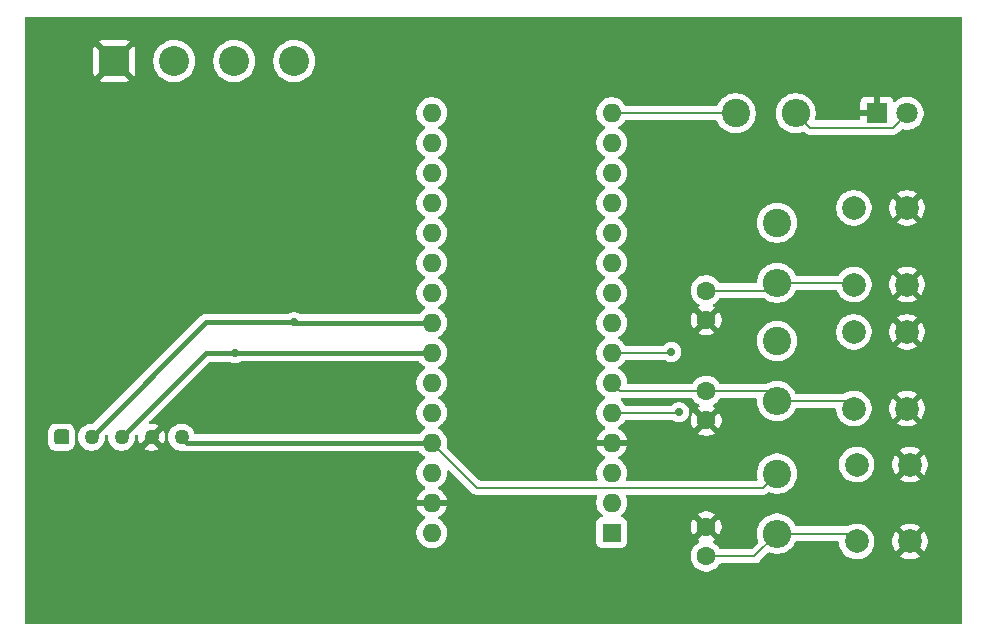
<source format=gbr>
%TF.GenerationSoftware,KiCad,Pcbnew,9.0.1-9.0.1-0~ubuntu24.04.1*%
%TF.CreationDate,2025-04-28T14:38:03+02:00*%
%TF.ProjectId,build_a_kicad_project_schematic,6275696c-645f-4615-9f6b-696361645f70,rev?*%
%TF.SameCoordinates,Original*%
%TF.FileFunction,Copper,L1,Top*%
%TF.FilePolarity,Positive*%
%FSLAX46Y46*%
G04 Gerber Fmt 4.6, Leading zero omitted, Abs format (unit mm)*
G04 Created by KiCad (PCBNEW 9.0.1-9.0.1-0~ubuntu24.04.1) date 2025-04-28 14:38:03*
%MOMM*%
%LPD*%
G01*
G04 APERTURE LIST*
G04 Aperture macros list*
%AMRoundRect*
0 Rectangle with rounded corners*
0 $1 Rounding radius*
0 $2 $3 $4 $5 $6 $7 $8 $9 X,Y pos of 4 corners*
0 Add a 4 corners polygon primitive as box body*
4,1,4,$2,$3,$4,$5,$6,$7,$8,$9,$2,$3,0*
0 Add four circle primitives for the rounded corners*
1,1,$1+$1,$2,$3*
1,1,$1+$1,$4,$5*
1,1,$1+$1,$6,$7*
1,1,$1+$1,$8,$9*
0 Add four rect primitives between the rounded corners*
20,1,$1+$1,$2,$3,$4,$5,0*
20,1,$1+$1,$4,$5,$6,$7,0*
20,1,$1+$1,$6,$7,$8,$9,0*
20,1,$1+$1,$8,$9,$2,$3,0*%
G04 Aperture macros list end*
%TA.AperFunction,ComponentPad*%
%ADD10RoundRect,0.381000X-0.889000X-0.889000X0.889000X-0.889000X0.889000X0.889000X-0.889000X0.889000X0*%
%TD*%
%TA.AperFunction,ComponentPad*%
%ADD11C,2.540000*%
%TD*%
%TA.AperFunction,ComponentPad*%
%ADD12R,1.800000X1.800000*%
%TD*%
%TA.AperFunction,ComponentPad*%
%ADD13C,1.800000*%
%TD*%
%TA.AperFunction,ComponentPad*%
%ADD14RoundRect,0.190500X-0.444500X-0.444500X0.444500X-0.444500X0.444500X0.444500X-0.444500X0.444500X0*%
%TD*%
%TA.AperFunction,ComponentPad*%
%ADD15C,1.270000*%
%TD*%
%TA.AperFunction,ComponentPad*%
%ADD16C,2.000000*%
%TD*%
%TA.AperFunction,ComponentPad*%
%ADD17C,2.400000*%
%TD*%
%TA.AperFunction,ComponentPad*%
%ADD18O,2.400000X2.400000*%
%TD*%
%TA.AperFunction,ComponentPad*%
%ADD19C,1.600000*%
%TD*%
%TA.AperFunction,ComponentPad*%
%ADD20R,1.600000X1.600000*%
%TD*%
%TA.AperFunction,ComponentPad*%
%ADD21O,1.600000X1.600000*%
%TD*%
%TA.AperFunction,ViaPad*%
%ADD22C,0.700000*%
%TD*%
%TA.AperFunction,Conductor*%
%ADD23C,0.450000*%
%TD*%
%TA.AperFunction,Conductor*%
%ADD24C,0.400000*%
%TD*%
%TA.AperFunction,Conductor*%
%ADD25C,0.200000*%
%TD*%
G04 APERTURE END LIST*
D10*
%TO.P,U2,1,GND*%
%TO.N,GND*%
X120880000Y-71070000D03*
D11*
%TO.P,U2,2,VCC*%
%TO.N,+5V*%
X125960000Y-71070000D03*
%TO.P,U2,3,SCL*%
%TO.N,Net-(A1-A5)*%
X131040000Y-71070000D03*
%TO.P,U2,4,SDA*%
%TO.N,Net-(A1-A4)*%
X136120000Y-71070000D03*
%TD*%
D12*
%TO.P,D1,1,K*%
%TO.N,GND*%
X185460000Y-75500000D03*
D13*
%TO.P,D1,2,A*%
%TO.N,Net-(D1-A)*%
X188000000Y-75500000D03*
%TD*%
D14*
%TO.P,U1,1,INT*%
%TO.N,unconnected-(U1-INT-Pad1)*%
X116420000Y-102920000D03*
D15*
%TO.P,U1,2,SDA*%
%TO.N,Net-(A1-A4)*%
X118960000Y-102920000D03*
%TO.P,U1,3,SCL*%
%TO.N,Net-(A1-A5)*%
X121500000Y-102920000D03*
%TO.P,U1,4,GND*%
%TO.N,GND*%
X124040000Y-102920000D03*
%TO.P,U1,5,VCC*%
%TO.N,+5V*%
X126580000Y-102920000D03*
%TD*%
D16*
%TO.P,UP,1,1*%
%TO.N,GND*%
X188000000Y-94000000D03*
X188000000Y-100500000D03*
%TO.P,UP,2,2*%
%TO.N,Net-(A1-D3)*%
X183500000Y-94000000D03*
X183500000Y-100500000D03*
%TD*%
D17*
%TO.P,R3,1*%
%TO.N,+5V*%
X177000000Y-106000000D03*
D18*
%TO.P,R3,2*%
%TO.N,Net-(A1-D4)*%
X177000000Y-111080000D03*
%TD*%
D17*
%TO.P,R2,1*%
%TO.N,+5V*%
X177000000Y-94760000D03*
D18*
%TO.P,R2,2*%
%TO.N,Net-(A1-D3)*%
X177000000Y-99840000D03*
%TD*%
D16*
%TO.P,DOWN,1,1*%
%TO.N,GND*%
X188250000Y-105240000D03*
X188250000Y-111740000D03*
%TO.P,DOWN,2,2*%
%TO.N,Net-(A1-D4)*%
X183750000Y-105240000D03*
X183750000Y-111740000D03*
%TD*%
D19*
%TO.P,C2,1*%
%TO.N,Net-(A1-D3)*%
X171000000Y-99000000D03*
%TO.P,C2,2*%
%TO.N,GND*%
X171000000Y-101500000D03*
%TD*%
D16*
%TO.P,MENU,1,1*%
%TO.N,GND*%
X188000000Y-83500000D03*
X188000000Y-90000000D03*
%TO.P,MENU,2,2*%
%TO.N,Net-(A1-D2)*%
X183500000Y-83500000D03*
X183500000Y-90000000D03*
%TD*%
D17*
%TO.P,R1,1*%
%TO.N,+5V*%
X177000000Y-84760000D03*
D18*
%TO.P,R1,2*%
%TO.N,Net-(A1-D2)*%
X177000000Y-89840000D03*
%TD*%
D20*
%TO.P,A1,1,D1/TX*%
%TO.N,unconnected-(A1-D1{slash}TX-Pad1)*%
X163000000Y-111000000D03*
D21*
%TO.P,A1,2,D0/RX*%
%TO.N,unconnected-(A1-D0{slash}RX-Pad2)*%
X163000000Y-108460000D03*
%TO.P,A1,3,~{RESET}*%
%TO.N,unconnected-(A1-~{RESET}-Pad3)*%
X163000000Y-105920000D03*
%TO.P,A1,4,GND*%
%TO.N,GND*%
X163000000Y-103380000D03*
%TO.P,A1,5,D2*%
%TO.N,Net-(A1-D2)*%
X163000000Y-100840000D03*
%TO.P,A1,6,D3*%
%TO.N,Net-(A1-D3)*%
X163000000Y-98300000D03*
%TO.P,A1,7,D4*%
%TO.N,Net-(A1-D4)*%
X163000000Y-95760000D03*
%TO.P,A1,8,D5*%
%TO.N,unconnected-(A1-D5-Pad8)*%
X163000000Y-93220000D03*
%TO.P,A1,9,D6*%
%TO.N,unconnected-(A1-D6-Pad9)*%
X163000000Y-90680000D03*
%TO.P,A1,10,D7*%
%TO.N,unconnected-(A1-D7-Pad10)*%
X163000000Y-88140000D03*
%TO.P,A1,11,D8*%
%TO.N,unconnected-(A1-D8-Pad11)*%
X163000000Y-85600000D03*
%TO.P,A1,12,D9*%
%TO.N,unconnected-(A1-D9-Pad12)*%
X163000000Y-83060000D03*
%TO.P,A1,13,D10*%
%TO.N,unconnected-(A1-D10-Pad13)*%
X163000000Y-80520000D03*
%TO.P,A1,14,D11*%
%TO.N,unconnected-(A1-D11-Pad14)*%
X163000000Y-77980000D03*
%TO.P,A1,15,D12*%
%TO.N,Net-(A1-D12)*%
X163000000Y-75440000D03*
%TO.P,A1,16,D13*%
%TO.N,unconnected-(A1-D13-Pad16)*%
X147760000Y-75440000D03*
%TO.P,A1,17,3V3*%
%TO.N,unconnected-(A1-3V3-Pad17)*%
X147760000Y-77980000D03*
%TO.P,A1,18,AREF*%
%TO.N,unconnected-(A1-AREF-Pad18)*%
X147760000Y-80520000D03*
%TO.P,A1,19,A0*%
%TO.N,unconnected-(A1-A0-Pad19)*%
X147760000Y-83060000D03*
%TO.P,A1,20,A1*%
%TO.N,unconnected-(A1-A1-Pad20)*%
X147760000Y-85600000D03*
%TO.P,A1,21,A2*%
%TO.N,unconnected-(A1-A2-Pad21)*%
X147760000Y-88140000D03*
%TO.P,A1,22,A3*%
%TO.N,unconnected-(A1-A3-Pad22)*%
X147760000Y-90680000D03*
%TO.P,A1,23,A4*%
%TO.N,Net-(A1-A4)*%
X147760000Y-93220000D03*
%TO.P,A1,24,A5*%
%TO.N,Net-(A1-A5)*%
X147760000Y-95760000D03*
%TO.P,A1,25,A6*%
%TO.N,unconnected-(A1-A6-Pad25)*%
X147760000Y-98300000D03*
%TO.P,A1,26,A7*%
%TO.N,unconnected-(A1-A7-Pad26)*%
X147760000Y-100840000D03*
%TO.P,A1,27,+5V*%
%TO.N,+5V*%
X147760000Y-103380000D03*
%TO.P,A1,28,~{RESET}*%
%TO.N,unconnected-(A1-~{RESET}-Pad28)*%
X147760000Y-105920000D03*
%TO.P,A1,29,GND*%
%TO.N,GND*%
X147760000Y-108460000D03*
%TO.P,A1,30,VIN*%
%TO.N,unconnected-(A1-VIN-Pad30)*%
X147760000Y-111000000D03*
%TD*%
D19*
%TO.P,C1,1*%
%TO.N,Net-(A1-D2)*%
X171000000Y-90500000D03*
%TO.P,C1,2*%
%TO.N,GND*%
X171000000Y-93000000D03*
%TD*%
%TO.P,C3,1*%
%TO.N,Net-(A1-D4)*%
X171000000Y-113000000D03*
%TO.P,C3,2*%
%TO.N,GND*%
X171000000Y-110500000D03*
%TD*%
D17*
%TO.P,R4,1*%
%TO.N,Net-(A1-D12)*%
X173500000Y-75500000D03*
D18*
%TO.P,R4,2*%
%TO.N,Net-(D1-A)*%
X178580000Y-75500000D03*
%TD*%
D22*
%TO.N,Net-(A1-A4)*%
X136100000Y-93200000D03*
%TO.N,Net-(A1-A5)*%
X131100000Y-95800000D03*
%TO.N,Net-(A1-D4)*%
X168050000Y-95700000D03*
%TO.N,Net-(A1-D2)*%
X168700000Y-100800000D03*
%TD*%
D23*
%TO.N,Net-(A1-A5)*%
X131100000Y-95800000D02*
X128620000Y-95800000D01*
X128620000Y-95800000D02*
X121500000Y-102920000D01*
D24*
X131100000Y-95800000D02*
X131140000Y-95760000D01*
X131140000Y-95760000D02*
X147760000Y-95760000D01*
D23*
%TO.N,Net-(A1-A4)*%
X128680000Y-93200000D02*
X118960000Y-102920000D01*
D24*
X136100000Y-93200000D02*
X136120000Y-93220000D01*
X136120000Y-93220000D02*
X147760000Y-93220000D01*
D23*
X136100000Y-93200000D02*
X128680000Y-93200000D01*
D25*
%TO.N,Net-(A1-D4)*%
X177000000Y-111080000D02*
X183090000Y-111080000D01*
X175080000Y-113000000D02*
X177000000Y-111080000D01*
X183090000Y-111080000D02*
X183750000Y-111740000D01*
X167990000Y-95760000D02*
X168050000Y-95700000D01*
X171000000Y-113000000D02*
X175080000Y-113000000D01*
X163000000Y-95760000D02*
X167990000Y-95760000D01*
D24*
%TO.N,+5V*%
X127040000Y-103380000D02*
X126580000Y-102920000D01*
D25*
X175800000Y-107200000D02*
X151580000Y-107200000D01*
X151580000Y-107200000D02*
X147760000Y-103380000D01*
D24*
X147760000Y-103380000D02*
X127040000Y-103380000D01*
D25*
X177000000Y-106000000D02*
X175800000Y-107200000D01*
%TO.N,Net-(A1-D3)*%
X182840000Y-99840000D02*
X183500000Y-100500000D01*
X163700000Y-99000000D02*
X163000000Y-98300000D01*
X171000000Y-99000000D02*
X163700000Y-99000000D01*
X171000000Y-99000000D02*
X176160000Y-99000000D01*
X177000000Y-99840000D02*
X182840000Y-99840000D01*
X176160000Y-99000000D02*
X177000000Y-99840000D01*
%TO.N,Net-(A1-D12)*%
X163000000Y-75440000D02*
X173440000Y-75440000D01*
X173440000Y-75440000D02*
X173500000Y-75500000D01*
%TO.N,Net-(A1-D2)*%
X168660000Y-100840000D02*
X168700000Y-100800000D01*
X177000000Y-89840000D02*
X183340000Y-89840000D01*
X171000000Y-90500000D02*
X176340000Y-90500000D01*
X163000000Y-100840000D02*
X168660000Y-100840000D01*
X183340000Y-89840000D02*
X183500000Y-90000000D01*
X176340000Y-90500000D02*
X177000000Y-89840000D01*
%TO.N,Net-(D1-A)*%
X178580000Y-75500000D02*
X179781000Y-76701000D01*
X179781000Y-76701000D02*
X186799000Y-76701000D01*
X186799000Y-76701000D02*
X188000000Y-75500000D01*
%TD*%
%TA.AperFunction,Conductor*%
%TO.N,GND*%
G36*
X192642539Y-67320185D02*
G01*
X192688294Y-67372989D01*
X192699500Y-67424500D01*
X192699500Y-118575500D01*
X192679815Y-118642539D01*
X192627011Y-118688294D01*
X192575500Y-118699500D01*
X113424500Y-118699500D01*
X113357461Y-118679815D01*
X113311706Y-118627011D01*
X113300500Y-118575500D01*
X113300500Y-112897648D01*
X169699500Y-112897648D01*
X169699500Y-113102351D01*
X169731522Y-113304534D01*
X169794781Y-113499223D01*
X169887715Y-113681613D01*
X170008028Y-113847213D01*
X170152786Y-113991971D01*
X170307749Y-114104556D01*
X170318390Y-114112287D01*
X170434607Y-114171503D01*
X170500776Y-114205218D01*
X170500778Y-114205218D01*
X170500781Y-114205220D01*
X170605137Y-114239127D01*
X170695465Y-114268477D01*
X170796557Y-114284488D01*
X170897648Y-114300500D01*
X170897649Y-114300500D01*
X171102351Y-114300500D01*
X171102352Y-114300500D01*
X171304534Y-114268477D01*
X171499219Y-114205220D01*
X171681610Y-114112287D01*
X171774590Y-114044732D01*
X171847213Y-113991971D01*
X171847215Y-113991968D01*
X171847219Y-113991966D01*
X171991966Y-113847219D01*
X171991968Y-113847215D01*
X171991971Y-113847213D01*
X172112284Y-113681614D01*
X172112285Y-113681613D01*
X172112287Y-113681610D01*
X172119117Y-113668204D01*
X172167091Y-113617409D01*
X172229602Y-113600500D01*
X174993331Y-113600500D01*
X174993347Y-113600501D01*
X175000943Y-113600501D01*
X175159054Y-113600501D01*
X175159057Y-113600501D01*
X175311785Y-113559577D01*
X175361904Y-113530639D01*
X175448716Y-113480520D01*
X175560520Y-113368716D01*
X175560520Y-113368714D01*
X175570728Y-113358507D01*
X175570730Y-113358504D01*
X176240407Y-112688826D01*
X176301728Y-112655343D01*
X176371420Y-112660327D01*
X176375539Y-112661948D01*
X176404588Y-112673980D01*
X176452219Y-112693710D01*
X176667537Y-112751404D01*
X176888543Y-112780500D01*
X176888550Y-112780500D01*
X177111450Y-112780500D01*
X177111457Y-112780500D01*
X177332463Y-112751404D01*
X177547781Y-112693710D01*
X177753726Y-112608405D01*
X177946774Y-112496948D01*
X178123624Y-112361247D01*
X178281247Y-112203624D01*
X178416948Y-112026774D01*
X178528405Y-111833726D01*
X178533609Y-111821164D01*
X178560166Y-111757048D01*
X178604006Y-111702644D01*
X178670300Y-111680579D01*
X178674727Y-111680500D01*
X182125500Y-111680500D01*
X182192539Y-111700185D01*
X182238294Y-111752989D01*
X182249500Y-111804500D01*
X182249500Y-111858097D01*
X182286446Y-112091368D01*
X182359433Y-112315996D01*
X182391951Y-112379815D01*
X182466657Y-112526433D01*
X182605483Y-112717510D01*
X182772490Y-112884517D01*
X182963567Y-113023343D01*
X183062991Y-113074002D01*
X183174003Y-113130566D01*
X183174005Y-113130566D01*
X183174008Y-113130568D01*
X183294412Y-113169689D01*
X183398631Y-113203553D01*
X183631903Y-113240500D01*
X183631908Y-113240500D01*
X183868097Y-113240500D01*
X184101368Y-113203553D01*
X184102870Y-113203065D01*
X184325992Y-113130568D01*
X184536433Y-113023343D01*
X184727510Y-112884517D01*
X184894517Y-112717510D01*
X185033343Y-112526433D01*
X185140568Y-112315992D01*
X185213553Y-112091368D01*
X185221320Y-112042328D01*
X185250500Y-111858097D01*
X185250500Y-111621947D01*
X186750000Y-111621947D01*
X186750000Y-111858052D01*
X186786934Y-112091247D01*
X186859897Y-112315802D01*
X186967087Y-112526174D01*
X187027338Y-112609104D01*
X187027340Y-112609105D01*
X187726212Y-111910233D01*
X187737482Y-111952292D01*
X187809890Y-112077708D01*
X187912292Y-112180110D01*
X188037708Y-112252518D01*
X188079765Y-112263787D01*
X187380893Y-112962658D01*
X187463828Y-113022914D01*
X187674197Y-113130102D01*
X187898752Y-113203065D01*
X187898751Y-113203065D01*
X188131948Y-113240000D01*
X188368052Y-113240000D01*
X188601247Y-113203065D01*
X188825802Y-113130102D01*
X189036163Y-113022918D01*
X189036169Y-113022914D01*
X189119104Y-112962658D01*
X189119105Y-112962658D01*
X188420233Y-112263787D01*
X188462292Y-112252518D01*
X188587708Y-112180110D01*
X188690110Y-112077708D01*
X188762518Y-111952292D01*
X188773787Y-111910234D01*
X189472658Y-112609105D01*
X189472658Y-112609104D01*
X189532914Y-112526169D01*
X189532918Y-112526163D01*
X189640102Y-112315802D01*
X189713065Y-112091247D01*
X189750000Y-111858052D01*
X189750000Y-111621947D01*
X189713065Y-111388752D01*
X189640102Y-111164197D01*
X189532914Y-110953828D01*
X189472658Y-110870894D01*
X189472658Y-110870893D01*
X188773787Y-111569765D01*
X188762518Y-111527708D01*
X188690110Y-111402292D01*
X188587708Y-111299890D01*
X188462292Y-111227482D01*
X188420234Y-111216212D01*
X189119105Y-110517340D01*
X189119104Y-110517338D01*
X189036174Y-110457087D01*
X188825802Y-110349897D01*
X188601247Y-110276934D01*
X188601248Y-110276934D01*
X188368052Y-110240000D01*
X188131948Y-110240000D01*
X187898752Y-110276934D01*
X187674197Y-110349897D01*
X187463830Y-110457084D01*
X187380894Y-110517340D01*
X188079766Y-111216212D01*
X188037708Y-111227482D01*
X187912292Y-111299890D01*
X187809890Y-111402292D01*
X187737482Y-111527708D01*
X187726212Y-111569766D01*
X187027340Y-110870894D01*
X186967084Y-110953830D01*
X186859897Y-111164197D01*
X186786934Y-111388752D01*
X186750000Y-111621947D01*
X185250500Y-111621947D01*
X185250500Y-111621902D01*
X185213553Y-111388631D01*
X185160685Y-111225921D01*
X185140568Y-111164008D01*
X185140566Y-111164005D01*
X185140566Y-111164003D01*
X185056508Y-110999031D01*
X185033343Y-110953567D01*
X184894517Y-110762490D01*
X184727510Y-110595483D01*
X184536433Y-110456657D01*
X184536431Y-110456656D01*
X184325996Y-110349433D01*
X184101368Y-110276446D01*
X183868097Y-110239500D01*
X183868092Y-110239500D01*
X183631908Y-110239500D01*
X183631903Y-110239500D01*
X183398631Y-110276446D01*
X183174003Y-110349433D01*
X182963568Y-110456656D01*
X182959418Y-110459200D01*
X182958668Y-110457977D01*
X182898920Y-110479298D01*
X182891837Y-110479500D01*
X178674727Y-110479500D01*
X178607688Y-110459815D01*
X178561933Y-110407011D01*
X178560166Y-110402952D01*
X178528409Y-110326282D01*
X178528404Y-110326273D01*
X178523853Y-110318390D01*
X178416948Y-110133226D01*
X178320881Y-110008028D01*
X178281248Y-109956377D01*
X178281242Y-109956370D01*
X178123629Y-109798757D01*
X178123622Y-109798751D01*
X177946782Y-109663058D01*
X177946780Y-109663057D01*
X177946774Y-109663052D01*
X177753726Y-109551595D01*
X177753722Y-109551593D01*
X177547790Y-109466293D01*
X177547783Y-109466291D01*
X177547781Y-109466290D01*
X177332463Y-109408596D01*
X177332457Y-109408595D01*
X177332452Y-109408594D01*
X177111466Y-109379501D01*
X177111463Y-109379500D01*
X177111457Y-109379500D01*
X176888543Y-109379500D01*
X176888537Y-109379500D01*
X176888533Y-109379501D01*
X176667547Y-109408594D01*
X176667540Y-109408595D01*
X176667537Y-109408596D01*
X176623025Y-109420523D01*
X176452219Y-109466290D01*
X176452209Y-109466293D01*
X176246277Y-109551593D01*
X176246273Y-109551595D01*
X176053226Y-109663052D01*
X176053217Y-109663058D01*
X175876377Y-109798751D01*
X175876370Y-109798757D01*
X175718757Y-109956370D01*
X175718751Y-109956377D01*
X175583058Y-110133217D01*
X175583052Y-110133226D01*
X175471595Y-110326273D01*
X175471593Y-110326277D01*
X175386293Y-110532209D01*
X175386290Y-110532219D01*
X175329114Y-110745606D01*
X175328597Y-110747534D01*
X175328594Y-110747547D01*
X175299501Y-110968533D01*
X175299500Y-110968549D01*
X175299500Y-111191450D01*
X175299501Y-111191466D01*
X175328594Y-111412452D01*
X175328595Y-111412457D01*
X175328596Y-111412463D01*
X175328597Y-111412465D01*
X175386290Y-111627781D01*
X175418051Y-111704459D01*
X175425520Y-111773928D01*
X175394245Y-111836407D01*
X175391171Y-111839592D01*
X174867584Y-112363181D01*
X174806261Y-112396666D01*
X174779903Y-112399500D01*
X172229602Y-112399500D01*
X172162563Y-112379815D01*
X172119117Y-112331795D01*
X172112284Y-112318385D01*
X171991971Y-112152786D01*
X171847213Y-112008028D01*
X171681611Y-111887713D01*
X171627621Y-111860203D01*
X171576825Y-111812228D01*
X171560031Y-111744407D01*
X171582569Y-111678272D01*
X171627624Y-111639233D01*
X171681349Y-111611859D01*
X171725921Y-111579474D01*
X171046447Y-110900000D01*
X171052661Y-110900000D01*
X171154394Y-110872741D01*
X171245606Y-110820080D01*
X171320080Y-110745606D01*
X171372741Y-110654394D01*
X171400000Y-110552661D01*
X171400000Y-110546447D01*
X172079474Y-111225921D01*
X172111859Y-111181349D01*
X172204755Y-110999031D01*
X172267990Y-110804417D01*
X172300000Y-110602317D01*
X172300000Y-110397682D01*
X172267990Y-110195582D01*
X172204755Y-110000968D01*
X172111859Y-109818650D01*
X172079474Y-109774077D01*
X172079474Y-109774076D01*
X171400000Y-110453551D01*
X171400000Y-110447339D01*
X171372741Y-110345606D01*
X171320080Y-110254394D01*
X171245606Y-110179920D01*
X171154394Y-110127259D01*
X171052661Y-110100000D01*
X171046446Y-110100000D01*
X171725922Y-109420524D01*
X171725921Y-109420523D01*
X171681359Y-109388147D01*
X171681350Y-109388141D01*
X171499031Y-109295244D01*
X171304417Y-109232009D01*
X171102317Y-109200000D01*
X170897683Y-109200000D01*
X170695582Y-109232009D01*
X170500968Y-109295244D01*
X170318644Y-109388143D01*
X170274077Y-109420523D01*
X170274077Y-109420524D01*
X170953554Y-110100000D01*
X170947339Y-110100000D01*
X170845606Y-110127259D01*
X170754394Y-110179920D01*
X170679920Y-110254394D01*
X170627259Y-110345606D01*
X170600000Y-110447339D01*
X170600000Y-110453553D01*
X169920524Y-109774077D01*
X169920523Y-109774077D01*
X169888143Y-109818644D01*
X169795244Y-110000968D01*
X169732009Y-110195582D01*
X169700000Y-110397682D01*
X169700000Y-110602317D01*
X169732009Y-110804417D01*
X169795244Y-110999031D01*
X169888141Y-111181350D01*
X169888147Y-111181359D01*
X169920523Y-111225921D01*
X169920524Y-111225922D01*
X170600000Y-110546446D01*
X170600000Y-110552661D01*
X170627259Y-110654394D01*
X170679920Y-110745606D01*
X170754394Y-110820080D01*
X170845606Y-110872741D01*
X170947339Y-110900000D01*
X170953553Y-110900000D01*
X170274076Y-111579474D01*
X170318652Y-111611861D01*
X170372376Y-111639234D01*
X170423172Y-111687208D01*
X170439968Y-111755028D01*
X170417431Y-111821164D01*
X170372379Y-111860203D01*
X170318386Y-111887714D01*
X170152786Y-112008028D01*
X170008028Y-112152786D01*
X169887715Y-112318386D01*
X169794781Y-112500776D01*
X169731522Y-112695465D01*
X169699500Y-112897648D01*
X113300500Y-112897648D01*
X113300500Y-102419655D01*
X115284500Y-102419655D01*
X115284500Y-103420354D01*
X115290825Y-103489966D01*
X115290828Y-103489977D01*
X115340747Y-103650175D01*
X115340749Y-103650179D01*
X115427556Y-103793777D01*
X115427560Y-103793782D01*
X115546217Y-103912439D01*
X115546222Y-103912443D01*
X115645254Y-103972309D01*
X115689822Y-103999251D01*
X115850029Y-104049173D01*
X115919653Y-104055500D01*
X116920346Y-104055499D01*
X116920353Y-104055499D01*
X116989966Y-104049174D01*
X116989969Y-104049173D01*
X116989971Y-104049173D01*
X117150178Y-103999251D01*
X117224089Y-103954570D01*
X117293777Y-103912443D01*
X117293778Y-103912441D01*
X117293783Y-103912439D01*
X117412439Y-103793783D01*
X117420712Y-103780099D01*
X117478482Y-103684534D01*
X117499251Y-103650178D01*
X117549173Y-103489971D01*
X117555500Y-103420347D01*
X117555499Y-102830634D01*
X117824500Y-102830634D01*
X117824500Y-103009365D01*
X117852460Y-103185898D01*
X117852460Y-103185901D01*
X117907689Y-103355878D01*
X117907691Y-103355881D01*
X117988833Y-103515132D01*
X118093889Y-103659728D01*
X118220272Y-103786111D01*
X118364868Y-103891167D01*
X118524119Y-103972309D01*
X118524121Y-103972310D01*
X118682670Y-104023825D01*
X118694103Y-104027540D01*
X118870634Y-104055500D01*
X118870635Y-104055500D01*
X119049365Y-104055500D01*
X119049366Y-104055500D01*
X119225897Y-104027540D01*
X119225900Y-104027539D01*
X119225901Y-104027539D01*
X119395878Y-103972310D01*
X119395878Y-103972309D01*
X119395881Y-103972309D01*
X119555132Y-103891167D01*
X119699728Y-103786111D01*
X119826111Y-103659728D01*
X119931167Y-103515132D01*
X120012309Y-103355881D01*
X120025860Y-103314174D01*
X120067539Y-103185901D01*
X120067539Y-103185900D01*
X120067540Y-103185897D01*
X120095500Y-103009366D01*
X120095500Y-102861872D01*
X120104144Y-102832432D01*
X120110668Y-102802446D01*
X120114422Y-102797430D01*
X120115185Y-102794834D01*
X120131819Y-102774192D01*
X120152819Y-102753192D01*
X120214142Y-102719707D01*
X120283834Y-102724691D01*
X120339767Y-102766563D01*
X120364184Y-102832027D01*
X120364500Y-102840873D01*
X120364500Y-103009365D01*
X120392460Y-103185898D01*
X120392460Y-103185901D01*
X120447689Y-103355878D01*
X120447691Y-103355881D01*
X120528833Y-103515132D01*
X120633889Y-103659728D01*
X120760272Y-103786111D01*
X120904868Y-103891167D01*
X121064119Y-103972309D01*
X121064121Y-103972310D01*
X121222670Y-104023825D01*
X121234103Y-104027540D01*
X121410634Y-104055500D01*
X121410635Y-104055500D01*
X121589365Y-104055500D01*
X121589366Y-104055500D01*
X121765897Y-104027540D01*
X121765900Y-104027539D01*
X121765901Y-104027539D01*
X121935878Y-103972310D01*
X121935878Y-103972309D01*
X121935881Y-103972309D01*
X122095132Y-103891167D01*
X122239728Y-103786111D01*
X122366111Y-103659728D01*
X122471167Y-103515132D01*
X122552309Y-103355881D01*
X122565860Y-103314174D01*
X122607539Y-103185901D01*
X122607539Y-103185900D01*
X122607540Y-103185897D01*
X122635500Y-103009366D01*
X122635500Y-102861872D01*
X122644144Y-102832431D01*
X122650668Y-102802445D01*
X122654422Y-102797429D01*
X122655185Y-102794833D01*
X122671814Y-102774196D01*
X122693321Y-102752689D01*
X122754642Y-102719206D01*
X122824334Y-102724190D01*
X122880267Y-102766062D01*
X122904684Y-102831526D01*
X122905000Y-102840372D01*
X122905000Y-103009331D01*
X122932946Y-103185780D01*
X122988155Y-103355693D01*
X123069260Y-103514869D01*
X123078651Y-103527793D01*
X123078651Y-103527794D01*
X123640000Y-102966445D01*
X123640000Y-102972661D01*
X123667259Y-103074394D01*
X123719920Y-103165606D01*
X123794394Y-103240080D01*
X123885606Y-103292741D01*
X123987339Y-103320000D01*
X123993554Y-103320000D01*
X123432205Y-103881347D01*
X123432205Y-103881348D01*
X123445129Y-103890738D01*
X123604306Y-103971844D01*
X123774219Y-104027053D01*
X123950669Y-104055000D01*
X124129331Y-104055000D01*
X124305780Y-104027053D01*
X124475693Y-103971844D01*
X124634867Y-103890739D01*
X124634872Y-103890737D01*
X124647794Y-103881347D01*
X124086447Y-103320000D01*
X124092661Y-103320000D01*
X124194394Y-103292741D01*
X124285606Y-103240080D01*
X124360080Y-103165606D01*
X124412741Y-103074394D01*
X124440000Y-102972661D01*
X124440000Y-102966446D01*
X125001348Y-103527794D01*
X125010737Y-103514872D01*
X125010739Y-103514867D01*
X125091844Y-103355693D01*
X125147053Y-103185780D01*
X125175000Y-103009331D01*
X125175000Y-102830668D01*
X125147053Y-102654219D01*
X125091844Y-102484306D01*
X125010738Y-102325129D01*
X125001347Y-102312205D01*
X124440000Y-102873552D01*
X124440000Y-102867339D01*
X124412741Y-102765606D01*
X124360080Y-102674394D01*
X124285606Y-102599920D01*
X124194394Y-102547259D01*
X124092661Y-102520000D01*
X124086446Y-102520000D01*
X124647794Y-101958651D01*
X124634869Y-101949260D01*
X124475693Y-101868155D01*
X124305780Y-101812946D01*
X124129331Y-101785000D01*
X123960372Y-101785000D01*
X123893333Y-101765315D01*
X123847578Y-101712511D01*
X123837634Y-101643353D01*
X123866659Y-101579797D01*
X123872674Y-101573336D01*
X128884193Y-96561819D01*
X128945516Y-96528334D01*
X128971874Y-96525500D01*
X130617313Y-96525500D01*
X130684352Y-96545185D01*
X130686192Y-96546390D01*
X130697137Y-96553703D01*
X130851918Y-96617816D01*
X131016228Y-96650499D01*
X131016232Y-96650500D01*
X131016233Y-96650500D01*
X131183768Y-96650500D01*
X131183769Y-96650499D01*
X131348082Y-96617816D01*
X131502863Y-96553703D01*
X131611075Y-96481398D01*
X131677753Y-96460520D01*
X131679966Y-96460500D01*
X146598256Y-96460500D01*
X146665295Y-96480185D01*
X146698575Y-96511616D01*
X146768030Y-96607215D01*
X146912786Y-96751971D01*
X147067749Y-96864556D01*
X147078390Y-96872287D01*
X147169840Y-96918883D01*
X147171080Y-96919515D01*
X147221876Y-96967490D01*
X147238671Y-97035311D01*
X147216134Y-97101446D01*
X147171080Y-97140485D01*
X147078386Y-97187715D01*
X146912786Y-97308028D01*
X146768028Y-97452786D01*
X146647715Y-97618386D01*
X146554781Y-97800776D01*
X146491522Y-97995465D01*
X146459500Y-98197648D01*
X146459500Y-98402351D01*
X146491522Y-98604534D01*
X146554781Y-98799223D01*
X146647715Y-98981613D01*
X146768028Y-99147213D01*
X146912786Y-99291971D01*
X147067749Y-99404556D01*
X147078390Y-99412287D01*
X147169840Y-99458883D01*
X147171080Y-99459515D01*
X147221876Y-99507490D01*
X147238671Y-99575311D01*
X147216134Y-99641446D01*
X147171080Y-99680485D01*
X147078386Y-99727715D01*
X146912786Y-99848028D01*
X146768028Y-99992786D01*
X146647715Y-100158386D01*
X146554781Y-100340776D01*
X146491522Y-100535465D01*
X146459500Y-100737648D01*
X146459500Y-100942351D01*
X146491522Y-101144534D01*
X146554781Y-101339223D01*
X146584568Y-101397682D01*
X146642513Y-101511405D01*
X146647715Y-101521613D01*
X146768028Y-101687213D01*
X146912786Y-101831971D01*
X147044350Y-101927556D01*
X147078390Y-101952287D01*
X147169840Y-101998883D01*
X147171080Y-101999515D01*
X147221876Y-102047490D01*
X147238671Y-102115311D01*
X147216134Y-102181446D01*
X147171080Y-102220485D01*
X147078386Y-102267715D01*
X146912786Y-102388028D01*
X146768030Y-102532784D01*
X146698575Y-102628384D01*
X146643245Y-102671051D01*
X146598256Y-102679500D01*
X127785883Y-102679500D01*
X127718844Y-102659815D01*
X127673089Y-102607011D01*
X127667952Y-102593817D01*
X127632311Y-102484124D01*
X127632309Y-102484121D01*
X127632309Y-102484119D01*
X127551167Y-102324868D01*
X127446111Y-102180272D01*
X127319728Y-102053889D01*
X127175132Y-101948833D01*
X127015881Y-101867691D01*
X127015878Y-101867689D01*
X126845899Y-101812460D01*
X126709319Y-101790828D01*
X126669366Y-101784500D01*
X126490634Y-101784500D01*
X126450681Y-101790828D01*
X126314101Y-101812460D01*
X126314098Y-101812460D01*
X126144121Y-101867689D01*
X126144118Y-101867691D01*
X125984867Y-101948833D01*
X125840270Y-102053890D01*
X125713890Y-102180270D01*
X125608833Y-102324867D01*
X125527691Y-102484118D01*
X125527689Y-102484121D01*
X125472460Y-102654098D01*
X125472460Y-102654101D01*
X125444500Y-102830634D01*
X125444500Y-103009365D01*
X125472460Y-103185898D01*
X125472460Y-103185901D01*
X125527689Y-103355878D01*
X125527691Y-103355881D01*
X125608833Y-103515132D01*
X125713889Y-103659728D01*
X125840272Y-103786111D01*
X125984868Y-103891167D01*
X126144119Y-103972309D01*
X126144121Y-103972310D01*
X126302670Y-104023825D01*
X126314103Y-104027540D01*
X126490634Y-104055500D01*
X126490635Y-104055500D01*
X126669364Y-104055500D01*
X126669366Y-104055500D01*
X126758480Y-104041385D01*
X126770845Y-104042254D01*
X126779347Y-104039867D01*
X126801492Y-104044408D01*
X126814219Y-104045303D01*
X126819871Y-104047035D01*
X126835671Y-104053580D01*
X126845319Y-104055499D01*
X126929253Y-104072194D01*
X126971004Y-104080500D01*
X126971007Y-104080500D01*
X146598256Y-104080500D01*
X146665295Y-104100185D01*
X146698575Y-104131616D01*
X146768030Y-104227215D01*
X146912786Y-104371971D01*
X147067749Y-104484556D01*
X147078390Y-104492287D01*
X147169840Y-104538883D01*
X147171080Y-104539515D01*
X147221876Y-104587490D01*
X147238671Y-104655311D01*
X147216134Y-104721446D01*
X147171080Y-104760485D01*
X147078386Y-104807715D01*
X146912786Y-104928028D01*
X146768028Y-105072786D01*
X146647715Y-105238386D01*
X146554781Y-105420776D01*
X146491524Y-105615461D01*
X146491523Y-105615464D01*
X146491523Y-105615466D01*
X146459500Y-105817648D01*
X146459500Y-106022352D01*
X146463878Y-106049995D01*
X146491522Y-106224534D01*
X146554781Y-106419223D01*
X146576913Y-106462658D01*
X146628132Y-106563181D01*
X146647715Y-106601613D01*
X146768028Y-106767213D01*
X146912786Y-106911971D01*
X147067749Y-107024556D01*
X147078390Y-107032287D01*
X147150424Y-107068990D01*
X147171629Y-107079795D01*
X147222425Y-107127770D01*
X147239220Y-107195591D01*
X147216682Y-107261726D01*
X147171629Y-107300765D01*
X147078650Y-107348140D01*
X146913105Y-107468417D01*
X146913104Y-107468417D01*
X146768417Y-107613104D01*
X146768417Y-107613105D01*
X146648140Y-107778650D01*
X146555244Y-107960970D01*
X146492009Y-108155586D01*
X146483391Y-108210000D01*
X147326988Y-108210000D01*
X147294075Y-108267007D01*
X147260000Y-108394174D01*
X147260000Y-108525826D01*
X147294075Y-108652993D01*
X147326988Y-108710000D01*
X146483391Y-108710000D01*
X146492009Y-108764413D01*
X146555244Y-108959029D01*
X146648140Y-109141349D01*
X146768417Y-109306894D01*
X146768417Y-109306895D01*
X146913104Y-109451582D01*
X147078652Y-109571861D01*
X147171628Y-109619234D01*
X147222425Y-109667208D01*
X147239220Y-109735029D01*
X147216683Y-109801164D01*
X147171630Y-109840203D01*
X147078388Y-109887713D01*
X146912786Y-110008028D01*
X146768028Y-110152786D01*
X146647715Y-110318386D01*
X146554781Y-110500776D01*
X146491522Y-110695465D01*
X146459500Y-110897648D01*
X146459500Y-111102351D01*
X146491522Y-111304534D01*
X146554781Y-111499223D01*
X146595672Y-111579474D01*
X146647147Y-111680500D01*
X146647715Y-111681613D01*
X146768028Y-111847213D01*
X146912786Y-111991971D01*
X147049597Y-112091368D01*
X147078390Y-112112287D01*
X147157864Y-112152781D01*
X147260776Y-112205218D01*
X147260778Y-112205218D01*
X147260781Y-112205220D01*
X147365137Y-112239127D01*
X147455465Y-112268477D01*
X147556557Y-112284488D01*
X147657648Y-112300500D01*
X147657649Y-112300500D01*
X147862351Y-112300500D01*
X147862352Y-112300500D01*
X148064534Y-112268477D01*
X148259219Y-112205220D01*
X148441610Y-112112287D01*
X148537901Y-112042328D01*
X148607213Y-111991971D01*
X148607215Y-111991968D01*
X148607219Y-111991966D01*
X148751966Y-111847219D01*
X148751968Y-111847215D01*
X148751971Y-111847213D01*
X148805215Y-111773928D01*
X148872287Y-111681610D01*
X148965220Y-111499219D01*
X149028477Y-111304534D01*
X149060500Y-111102352D01*
X149060500Y-110897648D01*
X149039093Y-110762490D01*
X149028477Y-110695465D01*
X148975435Y-110532219D01*
X148965220Y-110500781D01*
X148965218Y-110500778D01*
X148965218Y-110500776D01*
X148931503Y-110434607D01*
X148872287Y-110318390D01*
X148814971Y-110239500D01*
X148751971Y-110152786D01*
X148607213Y-110008028D01*
X148441611Y-109887713D01*
X148348369Y-109840203D01*
X148297574Y-109792229D01*
X148280779Y-109724407D01*
X148303317Y-109658273D01*
X148348371Y-109619234D01*
X148441347Y-109571861D01*
X148606894Y-109451582D01*
X148606895Y-109451582D01*
X148751582Y-109306895D01*
X148751582Y-109306894D01*
X148871859Y-109141349D01*
X148964755Y-108959029D01*
X149027990Y-108764413D01*
X149036609Y-108710000D01*
X148193012Y-108710000D01*
X148225925Y-108652993D01*
X148260000Y-108525826D01*
X148260000Y-108394174D01*
X148225925Y-108267007D01*
X148193012Y-108210000D01*
X149036609Y-108210000D01*
X149027990Y-108155586D01*
X148964755Y-107960970D01*
X148871859Y-107778650D01*
X148751582Y-107613105D01*
X148751582Y-107613104D01*
X148606895Y-107468417D01*
X148441349Y-107348140D01*
X148348370Y-107300765D01*
X148297574Y-107252790D01*
X148280779Y-107184969D01*
X148303316Y-107118835D01*
X148348370Y-107079795D01*
X148441610Y-107032287D01*
X148462770Y-107016913D01*
X148607213Y-106911971D01*
X148607215Y-106911968D01*
X148607219Y-106911966D01*
X148751966Y-106767219D01*
X148751968Y-106767215D01*
X148751971Y-106767213D01*
X148804732Y-106694590D01*
X148872287Y-106601610D01*
X148965220Y-106419219D01*
X149028477Y-106224534D01*
X149060500Y-106022352D01*
X149060500Y-105829097D01*
X149080185Y-105762058D01*
X149132989Y-105716303D01*
X149202147Y-105706359D01*
X149265703Y-105735384D01*
X149272181Y-105741416D01*
X151095139Y-107564374D01*
X151095149Y-107564385D01*
X151099479Y-107568715D01*
X151099480Y-107568716D01*
X151211284Y-107680520D01*
X151298095Y-107730639D01*
X151298097Y-107730641D01*
X151336151Y-107752611D01*
X151348215Y-107759577D01*
X151500943Y-107800501D01*
X151500946Y-107800501D01*
X151666654Y-107800501D01*
X151666670Y-107800500D01*
X161676187Y-107800500D01*
X161743226Y-107820185D01*
X161788981Y-107872989D01*
X161798925Y-107942147D01*
X161794118Y-107962818D01*
X161731523Y-108155461D01*
X161731523Y-108155464D01*
X161699500Y-108357648D01*
X161699500Y-108562351D01*
X161731522Y-108764534D01*
X161794781Y-108959223D01*
X161887715Y-109141613D01*
X162008028Y-109307213D01*
X162152784Y-109451969D01*
X162189068Y-109478330D01*
X162231735Y-109533659D01*
X162237715Y-109603273D01*
X162205109Y-109665068D01*
X162144271Y-109699426D01*
X162129440Y-109701938D01*
X162092519Y-109705907D01*
X161957671Y-109756202D01*
X161957664Y-109756206D01*
X161842455Y-109842452D01*
X161842452Y-109842455D01*
X161756206Y-109957664D01*
X161756202Y-109957671D01*
X161705908Y-110092517D01*
X161701533Y-110133217D01*
X161699501Y-110152123D01*
X161699500Y-110152135D01*
X161699500Y-111847870D01*
X161699501Y-111847876D01*
X161705908Y-111907483D01*
X161756202Y-112042328D01*
X161756206Y-112042335D01*
X161842452Y-112157544D01*
X161842455Y-112157547D01*
X161957664Y-112243793D01*
X161957671Y-112243797D01*
X162092517Y-112294091D01*
X162092516Y-112294091D01*
X162099444Y-112294835D01*
X162152127Y-112300500D01*
X163847872Y-112300499D01*
X163907483Y-112294091D01*
X164042331Y-112243796D01*
X164157546Y-112157546D01*
X164243796Y-112042331D01*
X164294091Y-111907483D01*
X164300500Y-111847873D01*
X164300499Y-110152128D01*
X164294091Y-110092517D01*
X164259945Y-110000968D01*
X164243797Y-109957671D01*
X164243793Y-109957664D01*
X164157547Y-109842455D01*
X164157544Y-109842452D01*
X164042335Y-109756206D01*
X164042328Y-109756202D01*
X163907482Y-109705908D01*
X163907483Y-109705908D01*
X163870560Y-109701939D01*
X163853198Y-109694747D01*
X163834544Y-109692441D01*
X163821584Y-109681652D01*
X163806009Y-109675201D01*
X163795291Y-109659764D01*
X163780845Y-109647739D01*
X163775775Y-109631658D01*
X163766160Y-109617809D01*
X163765489Y-109599026D01*
X163759839Y-109581102D01*
X163764268Y-109564832D01*
X163763667Y-109547984D01*
X163773256Y-109531822D01*
X163778194Y-109513686D01*
X163794403Y-109496179D01*
X163799319Y-109487895D01*
X163800775Y-109486561D01*
X163805636Y-109482177D01*
X163847219Y-109451966D01*
X163991966Y-109307219D01*
X163991968Y-109307215D01*
X163991971Y-109307213D01*
X164046609Y-109232009D01*
X164112287Y-109141610D01*
X164205220Y-108959219D01*
X164268477Y-108764534D01*
X164300500Y-108562352D01*
X164300500Y-108357648D01*
X164268477Y-108155466D01*
X164268476Y-108155462D01*
X164268476Y-108155461D01*
X164205882Y-107962818D01*
X164203887Y-107892977D01*
X164239967Y-107833144D01*
X164302668Y-107802316D01*
X164323813Y-107800500D01*
X175713331Y-107800500D01*
X175713347Y-107800501D01*
X175720943Y-107800501D01*
X175879054Y-107800501D01*
X175879057Y-107800501D01*
X176031785Y-107759577D01*
X176081904Y-107730639D01*
X176168716Y-107680520D01*
X176246133Y-107603102D01*
X176252539Y-107598181D01*
X176277878Y-107588366D01*
X176301728Y-107575343D01*
X176309979Y-107575933D01*
X176317692Y-107572946D01*
X176344315Y-107578388D01*
X176371420Y-107580327D01*
X176375494Y-107581929D01*
X176452219Y-107613710D01*
X176667537Y-107671404D01*
X176888543Y-107700500D01*
X176888550Y-107700500D01*
X177111450Y-107700500D01*
X177111457Y-107700500D01*
X177332463Y-107671404D01*
X177547781Y-107613710D01*
X177753726Y-107528405D01*
X177946774Y-107416948D01*
X178123624Y-107281247D01*
X178281247Y-107123624D01*
X178416948Y-106946774D01*
X178528405Y-106753726D01*
X178613710Y-106547781D01*
X178671404Y-106332463D01*
X178700500Y-106111457D01*
X178700500Y-105888543D01*
X178671404Y-105667537D01*
X178613710Y-105452219D01*
X178528405Y-105246274D01*
X178456598Y-105121902D01*
X182249500Y-105121902D01*
X182249500Y-105358097D01*
X182286446Y-105591368D01*
X182359433Y-105815996D01*
X182464577Y-106022351D01*
X182466657Y-106026433D01*
X182605483Y-106217510D01*
X182772490Y-106384517D01*
X182963567Y-106523343D01*
X183011547Y-106547790D01*
X183174003Y-106630566D01*
X183174005Y-106630566D01*
X183174008Y-106630568D01*
X183294412Y-106669689D01*
X183398631Y-106703553D01*
X183631903Y-106740500D01*
X183631908Y-106740500D01*
X183868097Y-106740500D01*
X184101368Y-106703553D01*
X184102870Y-106703065D01*
X184325992Y-106630568D01*
X184536433Y-106523343D01*
X184727510Y-106384517D01*
X184894517Y-106217510D01*
X185033343Y-106026433D01*
X185140568Y-105815992D01*
X185213553Y-105591368D01*
X185215717Y-105577708D01*
X185250500Y-105358097D01*
X185250500Y-105121947D01*
X186750000Y-105121947D01*
X186750000Y-105358052D01*
X186786934Y-105591247D01*
X186859897Y-105815802D01*
X186967087Y-106026174D01*
X187027338Y-106109104D01*
X187027340Y-106109105D01*
X187726212Y-105410233D01*
X187737482Y-105452292D01*
X187809890Y-105577708D01*
X187912292Y-105680110D01*
X188037708Y-105752518D01*
X188079765Y-105763787D01*
X187380893Y-106462658D01*
X187463828Y-106522914D01*
X187674197Y-106630102D01*
X187898752Y-106703065D01*
X187898751Y-106703065D01*
X188131948Y-106740000D01*
X188368052Y-106740000D01*
X188601247Y-106703065D01*
X188825802Y-106630102D01*
X189036163Y-106522918D01*
X189036169Y-106522914D01*
X189119104Y-106462658D01*
X189119105Y-106462658D01*
X188420233Y-105763787D01*
X188462292Y-105752518D01*
X188587708Y-105680110D01*
X188690110Y-105577708D01*
X188762518Y-105452292D01*
X188773787Y-105410234D01*
X189472658Y-106109105D01*
X189472658Y-106109104D01*
X189532914Y-106026169D01*
X189532918Y-106026163D01*
X189640102Y-105815802D01*
X189713065Y-105591247D01*
X189750000Y-105358052D01*
X189750000Y-105121947D01*
X189713065Y-104888752D01*
X189640102Y-104664197D01*
X189532914Y-104453828D01*
X189472658Y-104370894D01*
X189472658Y-104370893D01*
X188773787Y-105069765D01*
X188762518Y-105027708D01*
X188690110Y-104902292D01*
X188587708Y-104799890D01*
X188462292Y-104727482D01*
X188420234Y-104716212D01*
X189119105Y-104017340D01*
X189119104Y-104017338D01*
X189036174Y-103957087D01*
X188825802Y-103849897D01*
X188601247Y-103776934D01*
X188601248Y-103776934D01*
X188368052Y-103740000D01*
X188131948Y-103740000D01*
X187898752Y-103776934D01*
X187674197Y-103849897D01*
X187463830Y-103957084D01*
X187380894Y-104017340D01*
X188079766Y-104716212D01*
X188037708Y-104727482D01*
X187912292Y-104799890D01*
X187809890Y-104902292D01*
X187737482Y-105027708D01*
X187726212Y-105069766D01*
X187027340Y-104370894D01*
X186967084Y-104453830D01*
X186859897Y-104664197D01*
X186786934Y-104888752D01*
X186750000Y-105121947D01*
X185250500Y-105121947D01*
X185250500Y-105121902D01*
X185213553Y-104888631D01*
X185140566Y-104664003D01*
X185053070Y-104492284D01*
X185033343Y-104453567D01*
X184894517Y-104262490D01*
X184727510Y-104095483D01*
X184536433Y-103956657D01*
X184325996Y-103849433D01*
X184101368Y-103776446D01*
X183868097Y-103739500D01*
X183868092Y-103739500D01*
X183631908Y-103739500D01*
X183631903Y-103739500D01*
X183398631Y-103776446D01*
X183174003Y-103849433D01*
X182963566Y-103956657D01*
X182866005Y-104027540D01*
X182772490Y-104095483D01*
X182772488Y-104095485D01*
X182772487Y-104095485D01*
X182605485Y-104262487D01*
X182605485Y-104262488D01*
X182605483Y-104262490D01*
X182557454Y-104328596D01*
X182466657Y-104453566D01*
X182359433Y-104664003D01*
X182286446Y-104888631D01*
X182249500Y-105121902D01*
X178456598Y-105121902D01*
X178416948Y-105053226D01*
X178301133Y-104902292D01*
X178281248Y-104876377D01*
X178281242Y-104876370D01*
X178123629Y-104718757D01*
X178123622Y-104718751D01*
X177946782Y-104583058D01*
X177946780Y-104583057D01*
X177946774Y-104583052D01*
X177753726Y-104471595D01*
X177753722Y-104471593D01*
X177547790Y-104386293D01*
X177547783Y-104386291D01*
X177547781Y-104386290D01*
X177332463Y-104328596D01*
X177332457Y-104328595D01*
X177332452Y-104328594D01*
X177111466Y-104299501D01*
X177111463Y-104299500D01*
X177111457Y-104299500D01*
X176888543Y-104299500D01*
X176888537Y-104299500D01*
X176888533Y-104299501D01*
X176667547Y-104328594D01*
X176667540Y-104328595D01*
X176667537Y-104328596D01*
X176452219Y-104386290D01*
X176452209Y-104386293D01*
X176246277Y-104471593D01*
X176246273Y-104471595D01*
X176053226Y-104583052D01*
X176053217Y-104583058D01*
X175876377Y-104718751D01*
X175876370Y-104718757D01*
X175718757Y-104876370D01*
X175718751Y-104876377D01*
X175583058Y-105053217D01*
X175583052Y-105053226D01*
X175471595Y-105246273D01*
X175471593Y-105246277D01*
X175386293Y-105452209D01*
X175386290Y-105452219D01*
X175352666Y-105577708D01*
X175328597Y-105667534D01*
X175328594Y-105667547D01*
X175299501Y-105888533D01*
X175299500Y-105888549D01*
X175299500Y-106111450D01*
X175299501Y-106111466D01*
X175328594Y-106332452D01*
X175328595Y-106332458D01*
X175328596Y-106332463D01*
X175358323Y-106443409D01*
X175356661Y-106513256D01*
X175317499Y-106571119D01*
X175253270Y-106598623D01*
X175238549Y-106599500D01*
X164315712Y-106599500D01*
X164248673Y-106579815D01*
X164202918Y-106527011D01*
X164192974Y-106457853D01*
X164203742Y-106423889D01*
X164203353Y-106423728D01*
X164205215Y-106419229D01*
X164205215Y-106419228D01*
X164205220Y-106419219D01*
X164268477Y-106224534D01*
X164300500Y-106022352D01*
X164300500Y-105817648D01*
X164268477Y-105615466D01*
X164268476Y-105615464D01*
X164268476Y-105615461D01*
X164228965Y-105493861D01*
X164205220Y-105420781D01*
X164205218Y-105420778D01*
X164205218Y-105420776D01*
X164171503Y-105354607D01*
X164112287Y-105238390D01*
X164069165Y-105179037D01*
X163991971Y-105072786D01*
X163847213Y-104928028D01*
X163681611Y-104807713D01*
X163588369Y-104760203D01*
X163537574Y-104712229D01*
X163520779Y-104644407D01*
X163543317Y-104578273D01*
X163588371Y-104539234D01*
X163681347Y-104491861D01*
X163846894Y-104371582D01*
X163846895Y-104371582D01*
X163991582Y-104226895D01*
X163991582Y-104226894D01*
X164111859Y-104061349D01*
X164204755Y-103879029D01*
X164267990Y-103684413D01*
X164276609Y-103630000D01*
X163433012Y-103630000D01*
X163465925Y-103572993D01*
X163500000Y-103445826D01*
X163500000Y-103314174D01*
X163465925Y-103187007D01*
X163433012Y-103130000D01*
X164276609Y-103130000D01*
X164267990Y-103075586D01*
X164204755Y-102880970D01*
X164111859Y-102698650D01*
X164043891Y-102605101D01*
X164043890Y-102605099D01*
X163991587Y-102533110D01*
X163991582Y-102533104D01*
X163846895Y-102388417D01*
X163681349Y-102268140D01*
X163588370Y-102220765D01*
X163537574Y-102172790D01*
X163520779Y-102104969D01*
X163543316Y-102038835D01*
X163588370Y-101999795D01*
X163588920Y-101999515D01*
X163681610Y-101952287D01*
X163715650Y-101927556D01*
X163847213Y-101831971D01*
X163847215Y-101831968D01*
X163847219Y-101831966D01*
X163991966Y-101687219D01*
X163991968Y-101687215D01*
X163991971Y-101687213D01*
X164112284Y-101521614D01*
X164112285Y-101521613D01*
X164112287Y-101521610D01*
X164119117Y-101508204D01*
X164167091Y-101457409D01*
X164229602Y-101440500D01*
X168090102Y-101440500D01*
X168157141Y-101460185D01*
X168158993Y-101461398D01*
X168216764Y-101499999D01*
X168297137Y-101553703D01*
X168451918Y-101617816D01*
X168616228Y-101650499D01*
X168616232Y-101650500D01*
X168616233Y-101650500D01*
X168783768Y-101650500D01*
X168783769Y-101650499D01*
X168948082Y-101617816D01*
X169102863Y-101553703D01*
X169242162Y-101460626D01*
X169360626Y-101342162D01*
X169453703Y-101202863D01*
X169517816Y-101048082D01*
X169550500Y-100883767D01*
X169550500Y-100716233D01*
X169517816Y-100551918D01*
X169453703Y-100397137D01*
X169367735Y-100268477D01*
X169360626Y-100257837D01*
X169242162Y-100139373D01*
X169102860Y-100046295D01*
X168948082Y-99982184D01*
X168948074Y-99982182D01*
X168783771Y-99949500D01*
X168783767Y-99949500D01*
X168616233Y-99949500D01*
X168616228Y-99949500D01*
X168451925Y-99982182D01*
X168451917Y-99982184D01*
X168297139Y-100046295D01*
X168157839Y-100139372D01*
X168138827Y-100158385D01*
X168094029Y-100203182D01*
X168032709Y-100236666D01*
X168006350Y-100239500D01*
X164229602Y-100239500D01*
X164162563Y-100219815D01*
X164119117Y-100171795D01*
X164112284Y-100158385D01*
X163991971Y-99992786D01*
X163847213Y-99848028D01*
X163815266Y-99824818D01*
X163772600Y-99769489D01*
X163766621Y-99699875D01*
X163799226Y-99638080D01*
X163860065Y-99603723D01*
X163888151Y-99600500D01*
X169770398Y-99600500D01*
X169837437Y-99620185D01*
X169880883Y-99668205D01*
X169887715Y-99681614D01*
X170008028Y-99847213D01*
X170152786Y-99991971D01*
X170318385Y-100112284D01*
X170318387Y-100112285D01*
X170318390Y-100112287D01*
X170372378Y-100139795D01*
X170423174Y-100187769D01*
X170439969Y-100255590D01*
X170417432Y-100321725D01*
X170372378Y-100360765D01*
X170318644Y-100388143D01*
X170274077Y-100420523D01*
X170274077Y-100420524D01*
X170953554Y-101100000D01*
X170947339Y-101100000D01*
X170845606Y-101127259D01*
X170754394Y-101179920D01*
X170679920Y-101254394D01*
X170627259Y-101345606D01*
X170600000Y-101447339D01*
X170600000Y-101453553D01*
X169920524Y-100774077D01*
X169920523Y-100774077D01*
X169888143Y-100818644D01*
X169795244Y-101000968D01*
X169732009Y-101195582D01*
X169700000Y-101397682D01*
X169700000Y-101602317D01*
X169732009Y-101804417D01*
X169795244Y-101999031D01*
X169888141Y-102181350D01*
X169888147Y-102181359D01*
X169920523Y-102225921D01*
X169920524Y-102225922D01*
X170600000Y-101546446D01*
X170600000Y-101552661D01*
X170627259Y-101654394D01*
X170679920Y-101745606D01*
X170754394Y-101820080D01*
X170845606Y-101872741D01*
X170947339Y-101900000D01*
X170953553Y-101900000D01*
X170274076Y-102579474D01*
X170318650Y-102611859D01*
X170500968Y-102704755D01*
X170695582Y-102767990D01*
X170897683Y-102800000D01*
X171102317Y-102800000D01*
X171304417Y-102767990D01*
X171499031Y-102704755D01*
X171681349Y-102611859D01*
X171725921Y-102579474D01*
X171046447Y-101900000D01*
X171052661Y-101900000D01*
X171154394Y-101872741D01*
X171245606Y-101820080D01*
X171320080Y-101745606D01*
X171372741Y-101654394D01*
X171400000Y-101552661D01*
X171400000Y-101546447D01*
X172079474Y-102225921D01*
X172111859Y-102181349D01*
X172204755Y-101999031D01*
X172267990Y-101804417D01*
X172300000Y-101602317D01*
X172300000Y-101397682D01*
X172267990Y-101195582D01*
X172204755Y-101000968D01*
X172111859Y-100818650D01*
X172079474Y-100774077D01*
X172079474Y-100774076D01*
X171400000Y-101453551D01*
X171400000Y-101447339D01*
X171372741Y-101345606D01*
X171320080Y-101254394D01*
X171245606Y-101179920D01*
X171154394Y-101127259D01*
X171052661Y-101100000D01*
X171046446Y-101100000D01*
X171725922Y-100420524D01*
X171725921Y-100420523D01*
X171681359Y-100388147D01*
X171681350Y-100388141D01*
X171627621Y-100360765D01*
X171576825Y-100312791D01*
X171560030Y-100244970D01*
X171582567Y-100178835D01*
X171627621Y-100139795D01*
X171681610Y-100112287D01*
X171772441Y-100046295D01*
X171847213Y-99991971D01*
X171847215Y-99991968D01*
X171847219Y-99991966D01*
X171991966Y-99847219D01*
X171991968Y-99847215D01*
X171991971Y-99847213D01*
X172112284Y-99681614D01*
X172112283Y-99681614D01*
X172112287Y-99681610D01*
X172119117Y-99668204D01*
X172167091Y-99617409D01*
X172229602Y-99600500D01*
X175175500Y-99600500D01*
X175242539Y-99620185D01*
X175288294Y-99672989D01*
X175299500Y-99724500D01*
X175299500Y-99951450D01*
X175299501Y-99951466D01*
X175328594Y-100172452D01*
X175328595Y-100172457D01*
X175328596Y-100172463D01*
X175384727Y-100381947D01*
X175386290Y-100387780D01*
X175386293Y-100387790D01*
X175459489Y-100564500D01*
X175471595Y-100593726D01*
X175583052Y-100786774D01*
X175583057Y-100786780D01*
X175583058Y-100786782D01*
X175718751Y-100963622D01*
X175718757Y-100963629D01*
X175876370Y-101121242D01*
X175876377Y-101121248D01*
X175973252Y-101195582D01*
X176053226Y-101256948D01*
X176246274Y-101368405D01*
X176452219Y-101453710D01*
X176667537Y-101511404D01*
X176888543Y-101540500D01*
X176888550Y-101540500D01*
X177111450Y-101540500D01*
X177111457Y-101540500D01*
X177332463Y-101511404D01*
X177547781Y-101453710D01*
X177753726Y-101368405D01*
X177946774Y-101256948D01*
X178123624Y-101121247D01*
X178281247Y-100963624D01*
X178416948Y-100786774D01*
X178528405Y-100593726D01*
X178545720Y-100551925D01*
X178560166Y-100517048D01*
X178604006Y-100462644D01*
X178670300Y-100440579D01*
X178674727Y-100440500D01*
X181875500Y-100440500D01*
X181942539Y-100460185D01*
X181988294Y-100512989D01*
X181999500Y-100564500D01*
X181999500Y-100618097D01*
X182036446Y-100851368D01*
X182109433Y-101075996D01*
X182170366Y-101195582D01*
X182216657Y-101286433D01*
X182355483Y-101477510D01*
X182522490Y-101644517D01*
X182713567Y-101783343D01*
X182808995Y-101831966D01*
X182924003Y-101890566D01*
X182924005Y-101890566D01*
X182924008Y-101890568D01*
X182953037Y-101900000D01*
X183148631Y-101963553D01*
X183381903Y-102000500D01*
X183381908Y-102000500D01*
X183618097Y-102000500D01*
X183851368Y-101963553D01*
X183896671Y-101948833D01*
X184075992Y-101890568D01*
X184286433Y-101783343D01*
X184477510Y-101644517D01*
X184644517Y-101477510D01*
X184783343Y-101286433D01*
X184890568Y-101075992D01*
X184963553Y-100851368D01*
X184968736Y-100818644D01*
X185000500Y-100618097D01*
X185000500Y-100381947D01*
X186500000Y-100381947D01*
X186500000Y-100618052D01*
X186536934Y-100851247D01*
X186609897Y-101075802D01*
X186717087Y-101286174D01*
X186777338Y-101369104D01*
X186777340Y-101369105D01*
X187476212Y-100670233D01*
X187487482Y-100712292D01*
X187559890Y-100837708D01*
X187662292Y-100940110D01*
X187787708Y-101012518D01*
X187829765Y-101023787D01*
X187130893Y-101722658D01*
X187213828Y-101782914D01*
X187424197Y-101890102D01*
X187648752Y-101963065D01*
X187648751Y-101963065D01*
X187881948Y-102000000D01*
X188118052Y-102000000D01*
X188351247Y-101963065D01*
X188575802Y-101890102D01*
X188786163Y-101782918D01*
X188786169Y-101782914D01*
X188869104Y-101722658D01*
X188869105Y-101722658D01*
X188170233Y-101023787D01*
X188212292Y-101012518D01*
X188337708Y-100940110D01*
X188440110Y-100837708D01*
X188512518Y-100712292D01*
X188523787Y-100670234D01*
X189222658Y-101369105D01*
X189222658Y-101369104D01*
X189282914Y-101286169D01*
X189282918Y-101286163D01*
X189390102Y-101075802D01*
X189463065Y-100851247D01*
X189500000Y-100618052D01*
X189500000Y-100381947D01*
X189463065Y-100148752D01*
X189390102Y-99924197D01*
X189282914Y-99713828D01*
X189222658Y-99630894D01*
X189222658Y-99630893D01*
X188523787Y-100329765D01*
X188512518Y-100287708D01*
X188440110Y-100162292D01*
X188337708Y-100059890D01*
X188212292Y-99987482D01*
X188170234Y-99976212D01*
X188869105Y-99277340D01*
X188869104Y-99277338D01*
X188786174Y-99217087D01*
X188575802Y-99109897D01*
X188351247Y-99036934D01*
X188351248Y-99036934D01*
X188118052Y-99000000D01*
X187881948Y-99000000D01*
X187648752Y-99036934D01*
X187424197Y-99109897D01*
X187213830Y-99217084D01*
X187130894Y-99277340D01*
X187829766Y-99976212D01*
X187787708Y-99987482D01*
X187662292Y-100059890D01*
X187559890Y-100162292D01*
X187487482Y-100287708D01*
X187476212Y-100329765D01*
X186777340Y-99630894D01*
X186717084Y-99713830D01*
X186609897Y-99924197D01*
X186536934Y-100148752D01*
X186500000Y-100381947D01*
X185000500Y-100381947D01*
X185000500Y-100381902D01*
X184963553Y-100148631D01*
X184912914Y-99992781D01*
X184890568Y-99924008D01*
X184890566Y-99924005D01*
X184890566Y-99924003D01*
X184834002Y-99812991D01*
X184783343Y-99713567D01*
X184644517Y-99522490D01*
X184477510Y-99355483D01*
X184286433Y-99216657D01*
X184286431Y-99216656D01*
X184075996Y-99109433D01*
X183851368Y-99036446D01*
X183618097Y-98999500D01*
X183618092Y-98999500D01*
X183381908Y-98999500D01*
X183381903Y-98999500D01*
X183148631Y-99036446D01*
X182924003Y-99109433D01*
X182713568Y-99216656D01*
X182709418Y-99219200D01*
X182708668Y-99217977D01*
X182648920Y-99239298D01*
X182641837Y-99239500D01*
X178674727Y-99239500D01*
X178607688Y-99219815D01*
X178561933Y-99167011D01*
X178560166Y-99162952D01*
X178528409Y-99086282D01*
X178528404Y-99086273D01*
X178499637Y-99036447D01*
X178416948Y-98893226D01*
X178281247Y-98716376D01*
X178281242Y-98716370D01*
X178123629Y-98558757D01*
X178123622Y-98558751D01*
X177946782Y-98423058D01*
X177946780Y-98423057D01*
X177946774Y-98423052D01*
X177753726Y-98311595D01*
X177753722Y-98311593D01*
X177547790Y-98226293D01*
X177547783Y-98226291D01*
X177547781Y-98226290D01*
X177332463Y-98168596D01*
X177332457Y-98168595D01*
X177332452Y-98168594D01*
X177111466Y-98139501D01*
X177111463Y-98139500D01*
X177111457Y-98139500D01*
X176888543Y-98139500D01*
X176888537Y-98139500D01*
X176888533Y-98139501D01*
X176667547Y-98168594D01*
X176667540Y-98168595D01*
X176667537Y-98168596D01*
X176559113Y-98197648D01*
X176452219Y-98226290D01*
X176452209Y-98226293D01*
X176246277Y-98311593D01*
X176246273Y-98311595D01*
X176157926Y-98362603D01*
X176123307Y-98382591D01*
X176122794Y-98382887D01*
X176060793Y-98399500D01*
X172229602Y-98399500D01*
X172162563Y-98379815D01*
X172119117Y-98331795D01*
X172112287Y-98318390D01*
X172112285Y-98318387D01*
X172112284Y-98318385D01*
X171991971Y-98152786D01*
X171847213Y-98008028D01*
X171681613Y-97887715D01*
X171681612Y-97887714D01*
X171681610Y-97887713D01*
X171624653Y-97858691D01*
X171499223Y-97794781D01*
X171304534Y-97731522D01*
X171129995Y-97703878D01*
X171102352Y-97699500D01*
X170897648Y-97699500D01*
X170873329Y-97703351D01*
X170695465Y-97731522D01*
X170500776Y-97794781D01*
X170318386Y-97887715D01*
X170152786Y-98008028D01*
X170008028Y-98152786D01*
X169887715Y-98318385D01*
X169880883Y-98331795D01*
X169832909Y-98382591D01*
X169770398Y-98399500D01*
X164424500Y-98399500D01*
X164357461Y-98379815D01*
X164311706Y-98327011D01*
X164300500Y-98275500D01*
X164300500Y-98197648D01*
X164268477Y-97995465D01*
X164205218Y-97800776D01*
X164169931Y-97731522D01*
X164112287Y-97618390D01*
X164104556Y-97607749D01*
X163991971Y-97452786D01*
X163847213Y-97308028D01*
X163681614Y-97187715D01*
X163675006Y-97184348D01*
X163588917Y-97140483D01*
X163538123Y-97092511D01*
X163521328Y-97024690D01*
X163543865Y-96958555D01*
X163588917Y-96919516D01*
X163681610Y-96872287D01*
X163702770Y-96856913D01*
X163847213Y-96751971D01*
X163847215Y-96751968D01*
X163847219Y-96751966D01*
X163991966Y-96607219D01*
X163991968Y-96607215D01*
X163991971Y-96607213D01*
X164112284Y-96441614D01*
X164112285Y-96441613D01*
X164112287Y-96441610D01*
X164119117Y-96428204D01*
X164167091Y-96377409D01*
X164229602Y-96360500D01*
X167470034Y-96360500D01*
X167537073Y-96380185D01*
X167538925Y-96381398D01*
X167647137Y-96453703D01*
X167647138Y-96453703D01*
X167647139Y-96453704D01*
X167663850Y-96460626D01*
X167801918Y-96517816D01*
X167945616Y-96546399D01*
X167966228Y-96550499D01*
X167966232Y-96550500D01*
X167966233Y-96550500D01*
X168133768Y-96550500D01*
X168133769Y-96550499D01*
X168298082Y-96517816D01*
X168452863Y-96453703D01*
X168592162Y-96360626D01*
X168710626Y-96242162D01*
X168803703Y-96102863D01*
X168867816Y-95948082D01*
X168900500Y-95783767D01*
X168900500Y-95616233D01*
X168867816Y-95451918D01*
X168803703Y-95297137D01*
X168763167Y-95236471D01*
X168710626Y-95157837D01*
X168592162Y-95039373D01*
X168452860Y-94946295D01*
X168298082Y-94882184D01*
X168298074Y-94882182D01*
X168133771Y-94849500D01*
X168133767Y-94849500D01*
X167966233Y-94849500D01*
X167966228Y-94849500D01*
X167801925Y-94882182D01*
X167801917Y-94882184D01*
X167647139Y-94946295D01*
X167507839Y-95039372D01*
X167472732Y-95074480D01*
X167424029Y-95123182D01*
X167362709Y-95156666D01*
X167336350Y-95159500D01*
X164229602Y-95159500D01*
X164162563Y-95139815D01*
X164119117Y-95091795D01*
X164112284Y-95078385D01*
X163991971Y-94912786D01*
X163847217Y-94768032D01*
X163847212Y-94768028D01*
X163815244Y-94744802D01*
X163682762Y-94648549D01*
X175299500Y-94648549D01*
X175299500Y-94871450D01*
X175299501Y-94871466D01*
X175328594Y-95092452D01*
X175328595Y-95092457D01*
X175328596Y-95092463D01*
X175386290Y-95307780D01*
X175386293Y-95307790D01*
X175471593Y-95513722D01*
X175471595Y-95513726D01*
X175583052Y-95706774D01*
X175583057Y-95706780D01*
X175583058Y-95706782D01*
X175718751Y-95883622D01*
X175718757Y-95883629D01*
X175876370Y-96041242D01*
X175876376Y-96041247D01*
X176053226Y-96176948D01*
X176246274Y-96288405D01*
X176452219Y-96373710D01*
X176667537Y-96431404D01*
X176888543Y-96460500D01*
X176888550Y-96460500D01*
X177111450Y-96460500D01*
X177111457Y-96460500D01*
X177332463Y-96431404D01*
X177547781Y-96373710D01*
X177753726Y-96288405D01*
X177946774Y-96176948D01*
X178123624Y-96041247D01*
X178281247Y-95883624D01*
X178416948Y-95706774D01*
X178528405Y-95513726D01*
X178613710Y-95307781D01*
X178671404Y-95092463D01*
X178700500Y-94871457D01*
X178700500Y-94648543D01*
X178671404Y-94427537D01*
X178613710Y-94212219D01*
X178528405Y-94006274D01*
X178456598Y-93881902D01*
X181999500Y-93881902D01*
X181999500Y-94118097D01*
X182036446Y-94351368D01*
X182109433Y-94575996D01*
X182195445Y-94744802D01*
X182216657Y-94786433D01*
X182355483Y-94977510D01*
X182522490Y-95144517D01*
X182713567Y-95283343D01*
X182761547Y-95307790D01*
X182924003Y-95390566D01*
X182924005Y-95390566D01*
X182924008Y-95390568D01*
X183044412Y-95429689D01*
X183148631Y-95463553D01*
X183381903Y-95500500D01*
X183381908Y-95500500D01*
X183618097Y-95500500D01*
X183851368Y-95463553D01*
X183887155Y-95451925D01*
X184075992Y-95390568D01*
X184286433Y-95283343D01*
X184477510Y-95144517D01*
X184644517Y-94977510D01*
X184783343Y-94786433D01*
X184890568Y-94575992D01*
X184963553Y-94351368D01*
X184976759Y-94267990D01*
X185000500Y-94118097D01*
X185000500Y-93881947D01*
X186500000Y-93881947D01*
X186500000Y-94118052D01*
X186536934Y-94351247D01*
X186609897Y-94575802D01*
X186717087Y-94786174D01*
X186777338Y-94869104D01*
X186777340Y-94869105D01*
X187476212Y-94170233D01*
X187487482Y-94212292D01*
X187559890Y-94337708D01*
X187662292Y-94440110D01*
X187787708Y-94512518D01*
X187829765Y-94523787D01*
X187130893Y-95222658D01*
X187213828Y-95282914D01*
X187424197Y-95390102D01*
X187648752Y-95463065D01*
X187648751Y-95463065D01*
X187881948Y-95500000D01*
X188118052Y-95500000D01*
X188351247Y-95463065D01*
X188575802Y-95390102D01*
X188786163Y-95282918D01*
X188786169Y-95282914D01*
X188869104Y-95222658D01*
X188869105Y-95222658D01*
X188170233Y-94523787D01*
X188212292Y-94512518D01*
X188337708Y-94440110D01*
X188440110Y-94337708D01*
X188512518Y-94212292D01*
X188523787Y-94170234D01*
X189222658Y-94869105D01*
X189222658Y-94869104D01*
X189282914Y-94786169D01*
X189282918Y-94786163D01*
X189390102Y-94575802D01*
X189463065Y-94351247D01*
X189500000Y-94118052D01*
X189500000Y-93881947D01*
X189463065Y-93648752D01*
X189390102Y-93424197D01*
X189282914Y-93213828D01*
X189222658Y-93130894D01*
X189222658Y-93130893D01*
X188523787Y-93829765D01*
X188512518Y-93787708D01*
X188440110Y-93662292D01*
X188337708Y-93559890D01*
X188212292Y-93487482D01*
X188170234Y-93476212D01*
X188869105Y-92777340D01*
X188869104Y-92777338D01*
X188786174Y-92717087D01*
X188575802Y-92609897D01*
X188351247Y-92536934D01*
X188351248Y-92536934D01*
X188118052Y-92500000D01*
X187881948Y-92500000D01*
X187648752Y-92536934D01*
X187424197Y-92609897D01*
X187213830Y-92717084D01*
X187130894Y-92777340D01*
X187829766Y-93476212D01*
X187787708Y-93487482D01*
X187662292Y-93559890D01*
X187559890Y-93662292D01*
X187487482Y-93787708D01*
X187476212Y-93829765D01*
X186777340Y-93130894D01*
X186717084Y-93213830D01*
X186609897Y-93424197D01*
X186536934Y-93648752D01*
X186500000Y-93881947D01*
X185000500Y-93881947D01*
X185000500Y-93881902D01*
X184963553Y-93648631D01*
X184923231Y-93524534D01*
X184890568Y-93424008D01*
X184890566Y-93424005D01*
X184890566Y-93424003D01*
X184829633Y-93304417D01*
X184783343Y-93213567D01*
X184644517Y-93022490D01*
X184477510Y-92855483D01*
X184286433Y-92716657D01*
X184214333Y-92679920D01*
X184075996Y-92609433D01*
X183851368Y-92536446D01*
X183618097Y-92499500D01*
X183618092Y-92499500D01*
X183381908Y-92499500D01*
X183381903Y-92499500D01*
X183148631Y-92536446D01*
X182924003Y-92609433D01*
X182713566Y-92716657D01*
X182630047Y-92777338D01*
X182522490Y-92855483D01*
X182522488Y-92855485D01*
X182522487Y-92855485D01*
X182355485Y-93022487D01*
X182355485Y-93022488D01*
X182355483Y-93022490D01*
X182307454Y-93088596D01*
X182216657Y-93213566D01*
X182109433Y-93424003D01*
X182036446Y-93648631D01*
X181999500Y-93881902D01*
X178456598Y-93881902D01*
X178416948Y-93813226D01*
X178344814Y-93719219D01*
X178281248Y-93636377D01*
X178281242Y-93636370D01*
X178123629Y-93478757D01*
X178123622Y-93478751D01*
X177946782Y-93343058D01*
X177946780Y-93343057D01*
X177946774Y-93343052D01*
X177753726Y-93231595D01*
X177753722Y-93231593D01*
X177547790Y-93146293D01*
X177547783Y-93146291D01*
X177547781Y-93146290D01*
X177332463Y-93088596D01*
X177332457Y-93088595D01*
X177332452Y-93088594D01*
X177111466Y-93059501D01*
X177111463Y-93059500D01*
X177111457Y-93059500D01*
X176888543Y-93059500D01*
X176888537Y-93059500D01*
X176888533Y-93059501D01*
X176667547Y-93088594D01*
X176667540Y-93088595D01*
X176667537Y-93088596D01*
X176559113Y-93117648D01*
X176452219Y-93146290D01*
X176452209Y-93146293D01*
X176246277Y-93231593D01*
X176246273Y-93231595D01*
X176053226Y-93343052D01*
X176053217Y-93343058D01*
X175876377Y-93478751D01*
X175876370Y-93478757D01*
X175718757Y-93636370D01*
X175718751Y-93636377D01*
X175583058Y-93813217D01*
X175583052Y-93813226D01*
X175471595Y-94006273D01*
X175471593Y-94006277D01*
X175386293Y-94212209D01*
X175386290Y-94212219D01*
X175341464Y-94379515D01*
X175328597Y-94427534D01*
X175328594Y-94427547D01*
X175299501Y-94648533D01*
X175299500Y-94648549D01*
X163682762Y-94648549D01*
X163681614Y-94647715D01*
X163675006Y-94644348D01*
X163588917Y-94600483D01*
X163538123Y-94552511D01*
X163521328Y-94484690D01*
X163543865Y-94418555D01*
X163588917Y-94379516D01*
X163681610Y-94332287D01*
X163770108Y-94267990D01*
X163847213Y-94211971D01*
X163847215Y-94211968D01*
X163847219Y-94211966D01*
X163991966Y-94067219D01*
X164112287Y-93901610D01*
X164205220Y-93719219D01*
X164268477Y-93524534D01*
X164300500Y-93322352D01*
X164300500Y-93117648D01*
X164268477Y-92915466D01*
X164205220Y-92720781D01*
X164205218Y-92720778D01*
X164205218Y-92720776D01*
X164157568Y-92627259D01*
X164112287Y-92538390D01*
X164085099Y-92500968D01*
X163991971Y-92372786D01*
X163847213Y-92228028D01*
X163681614Y-92107715D01*
X163675006Y-92104348D01*
X163588917Y-92060483D01*
X163538123Y-92012511D01*
X163521328Y-91944690D01*
X163543865Y-91878555D01*
X163588917Y-91839516D01*
X163681610Y-91792287D01*
X163714382Y-91768477D01*
X163847213Y-91671971D01*
X163847215Y-91671968D01*
X163847219Y-91671966D01*
X163991966Y-91527219D01*
X163991968Y-91527215D01*
X163991971Y-91527213D01*
X164045376Y-91453706D01*
X164112287Y-91361610D01*
X164205220Y-91179219D01*
X164268477Y-90984534D01*
X164300500Y-90782352D01*
X164300500Y-90577648D01*
X164271990Y-90397648D01*
X169699500Y-90397648D01*
X169699500Y-90602351D01*
X169731522Y-90804534D01*
X169794781Y-90999223D01*
X169887715Y-91181613D01*
X170008028Y-91347213D01*
X170152786Y-91491971D01*
X170318385Y-91612284D01*
X170318387Y-91612285D01*
X170318390Y-91612287D01*
X170372378Y-91639795D01*
X170423174Y-91687769D01*
X170439969Y-91755590D01*
X170417432Y-91821725D01*
X170372378Y-91860765D01*
X170318644Y-91888143D01*
X170274077Y-91920523D01*
X170274077Y-91920524D01*
X170953554Y-92600000D01*
X170947339Y-92600000D01*
X170845606Y-92627259D01*
X170754394Y-92679920D01*
X170679920Y-92754394D01*
X170627259Y-92845606D01*
X170600000Y-92947339D01*
X170600000Y-92953553D01*
X169920524Y-92274077D01*
X169920523Y-92274077D01*
X169888143Y-92318644D01*
X169795244Y-92500968D01*
X169732009Y-92695582D01*
X169700000Y-92897682D01*
X169700000Y-93102317D01*
X169732009Y-93304417D01*
X169795244Y-93499031D01*
X169888141Y-93681350D01*
X169888147Y-93681359D01*
X169920523Y-93725921D01*
X169920524Y-93725922D01*
X170600000Y-93046446D01*
X170600000Y-93052661D01*
X170627259Y-93154394D01*
X170679920Y-93245606D01*
X170754394Y-93320080D01*
X170845606Y-93372741D01*
X170947339Y-93400000D01*
X170953553Y-93400000D01*
X170274076Y-94079474D01*
X170318650Y-94111859D01*
X170500968Y-94204755D01*
X170695582Y-94267990D01*
X170897683Y-94300000D01*
X171102317Y-94300000D01*
X171304417Y-94267990D01*
X171499031Y-94204755D01*
X171681349Y-94111859D01*
X171725921Y-94079474D01*
X171046447Y-93400000D01*
X171052661Y-93400000D01*
X171154394Y-93372741D01*
X171245606Y-93320080D01*
X171320080Y-93245606D01*
X171372741Y-93154394D01*
X171400000Y-93052661D01*
X171400000Y-93046447D01*
X172079474Y-93725921D01*
X172111859Y-93681349D01*
X172204755Y-93499031D01*
X172267990Y-93304417D01*
X172300000Y-93102317D01*
X172300000Y-92897682D01*
X172267990Y-92695582D01*
X172204755Y-92500968D01*
X172111859Y-92318650D01*
X172079474Y-92274077D01*
X172079474Y-92274076D01*
X171400000Y-92953551D01*
X171400000Y-92947339D01*
X171372741Y-92845606D01*
X171320080Y-92754394D01*
X171245606Y-92679920D01*
X171154394Y-92627259D01*
X171052661Y-92600000D01*
X171046446Y-92600000D01*
X171725922Y-91920524D01*
X171725921Y-91920523D01*
X171681359Y-91888147D01*
X171681350Y-91888141D01*
X171627621Y-91860765D01*
X171576825Y-91812791D01*
X171560030Y-91744970D01*
X171582567Y-91678835D01*
X171627621Y-91639795D01*
X171681610Y-91612287D01*
X171731144Y-91576298D01*
X171847213Y-91491971D01*
X171847215Y-91491968D01*
X171847219Y-91491966D01*
X171991966Y-91347219D01*
X171991968Y-91347215D01*
X171991971Y-91347213D01*
X172112284Y-91181614D01*
X172112285Y-91181613D01*
X172112287Y-91181610D01*
X172119117Y-91168204D01*
X172167091Y-91117409D01*
X172229602Y-91100500D01*
X175807245Y-91100500D01*
X175874284Y-91120185D01*
X175882731Y-91126124D01*
X176053216Y-91256941D01*
X176053220Y-91256943D01*
X176053226Y-91256948D01*
X176246274Y-91368405D01*
X176452219Y-91453710D01*
X176667537Y-91511404D01*
X176888543Y-91540500D01*
X176888550Y-91540500D01*
X177111450Y-91540500D01*
X177111457Y-91540500D01*
X177332463Y-91511404D01*
X177547781Y-91453710D01*
X177753726Y-91368405D01*
X177946774Y-91256948D01*
X178123624Y-91121247D01*
X178281247Y-90963624D01*
X178416948Y-90786774D01*
X178528405Y-90593726D01*
X178535830Y-90575802D01*
X178560166Y-90517048D01*
X178604006Y-90462644D01*
X178670300Y-90440579D01*
X178674727Y-90440500D01*
X181975317Y-90440500D01*
X182042356Y-90460185D01*
X182088111Y-90512989D01*
X182093246Y-90526178D01*
X182109432Y-90575992D01*
X182216657Y-90786433D01*
X182355483Y-90977510D01*
X182522490Y-91144517D01*
X182713567Y-91283343D01*
X182812991Y-91334002D01*
X182924003Y-91390566D01*
X182924005Y-91390566D01*
X182924008Y-91390568D01*
X183044412Y-91429689D01*
X183148631Y-91463553D01*
X183381903Y-91500500D01*
X183381908Y-91500500D01*
X183618097Y-91500500D01*
X183851368Y-91463553D01*
X183852870Y-91463065D01*
X184075992Y-91390568D01*
X184286433Y-91283343D01*
X184477510Y-91144517D01*
X184644517Y-90977510D01*
X184783343Y-90786433D01*
X184890568Y-90575992D01*
X184963553Y-90351368D01*
X184965717Y-90337708D01*
X185000500Y-90118097D01*
X185000500Y-89881947D01*
X186500000Y-89881947D01*
X186500000Y-90118052D01*
X186536934Y-90351247D01*
X186609897Y-90575802D01*
X186717087Y-90786174D01*
X186777338Y-90869104D01*
X186777340Y-90869105D01*
X187476212Y-90170233D01*
X187487482Y-90212292D01*
X187559890Y-90337708D01*
X187662292Y-90440110D01*
X187787708Y-90512518D01*
X187829765Y-90523787D01*
X187130893Y-91222658D01*
X187213828Y-91282914D01*
X187424197Y-91390102D01*
X187648752Y-91463065D01*
X187648751Y-91463065D01*
X187881948Y-91500000D01*
X188118052Y-91500000D01*
X188351247Y-91463065D01*
X188575802Y-91390102D01*
X188786163Y-91282918D01*
X188786169Y-91282914D01*
X188869104Y-91222658D01*
X188869105Y-91222658D01*
X188170233Y-90523787D01*
X188212292Y-90512518D01*
X188337708Y-90440110D01*
X188440110Y-90337708D01*
X188512518Y-90212292D01*
X188523787Y-90170234D01*
X189222658Y-90869105D01*
X189222658Y-90869104D01*
X189282914Y-90786169D01*
X189282918Y-90786163D01*
X189390102Y-90575802D01*
X189463065Y-90351247D01*
X189500000Y-90118052D01*
X189500000Y-89881947D01*
X189463065Y-89648752D01*
X189390102Y-89424197D01*
X189282914Y-89213828D01*
X189222658Y-89130894D01*
X189222658Y-89130893D01*
X188523787Y-89829765D01*
X188512518Y-89787708D01*
X188440110Y-89662292D01*
X188337708Y-89559890D01*
X188212292Y-89487482D01*
X188170234Y-89476212D01*
X188869105Y-88777340D01*
X188869104Y-88777338D01*
X188786174Y-88717087D01*
X188575802Y-88609897D01*
X188351247Y-88536934D01*
X188351248Y-88536934D01*
X188118052Y-88500000D01*
X187881948Y-88500000D01*
X187648752Y-88536934D01*
X187424197Y-88609897D01*
X187213830Y-88717084D01*
X187130894Y-88777340D01*
X187829766Y-89476212D01*
X187787708Y-89487482D01*
X187662292Y-89559890D01*
X187559890Y-89662292D01*
X187487482Y-89787708D01*
X187476212Y-89829765D01*
X186777340Y-89130894D01*
X186717084Y-89213830D01*
X186609897Y-89424197D01*
X186536934Y-89648752D01*
X186500000Y-89881947D01*
X185000500Y-89881947D01*
X185000500Y-89881902D01*
X184963553Y-89648631D01*
X184917868Y-89508028D01*
X184890568Y-89424008D01*
X184890566Y-89424005D01*
X184890566Y-89424003D01*
X184827136Y-89299515D01*
X184783343Y-89213567D01*
X184644517Y-89022490D01*
X184477510Y-88855483D01*
X184286433Y-88716657D01*
X184285870Y-88716370D01*
X184075996Y-88609433D01*
X183851368Y-88536446D01*
X183618097Y-88499500D01*
X183618092Y-88499500D01*
X183381908Y-88499500D01*
X183381903Y-88499500D01*
X183148631Y-88536446D01*
X182924003Y-88609433D01*
X182713566Y-88716657D01*
X182630047Y-88777338D01*
X182522490Y-88855483D01*
X182522488Y-88855485D01*
X182522487Y-88855485D01*
X182355485Y-89022487D01*
X182355480Y-89022493D01*
X182234953Y-89188385D01*
X182179623Y-89231051D01*
X182134635Y-89239500D01*
X178674727Y-89239500D01*
X178607688Y-89219815D01*
X178561933Y-89167011D01*
X178560166Y-89162952D01*
X178528409Y-89086282D01*
X178528404Y-89086273D01*
X178416948Y-88893226D01*
X178281247Y-88716376D01*
X178281242Y-88716370D01*
X178123629Y-88558757D01*
X178123622Y-88558751D01*
X177946782Y-88423058D01*
X177946780Y-88423057D01*
X177946774Y-88423052D01*
X177753726Y-88311595D01*
X177753722Y-88311593D01*
X177547790Y-88226293D01*
X177547783Y-88226291D01*
X177547781Y-88226290D01*
X177332463Y-88168596D01*
X177332457Y-88168595D01*
X177332452Y-88168594D01*
X177111466Y-88139501D01*
X177111463Y-88139500D01*
X177111457Y-88139500D01*
X176888543Y-88139500D01*
X176888537Y-88139500D01*
X176888533Y-88139501D01*
X176667547Y-88168594D01*
X176667540Y-88168595D01*
X176667537Y-88168596D01*
X176452219Y-88226290D01*
X176452209Y-88226293D01*
X176246277Y-88311593D01*
X176246273Y-88311595D01*
X176053226Y-88423052D01*
X176053217Y-88423058D01*
X175876377Y-88558751D01*
X175876370Y-88558757D01*
X175718757Y-88716370D01*
X175718751Y-88716377D01*
X175583058Y-88893217D01*
X175583052Y-88893226D01*
X175471595Y-89086273D01*
X175471593Y-89086277D01*
X175386293Y-89292209D01*
X175386290Y-89292219D01*
X175350978Y-89424008D01*
X175328597Y-89507534D01*
X175328594Y-89507547D01*
X175299501Y-89728533D01*
X175299500Y-89728549D01*
X175299500Y-89775500D01*
X175279815Y-89842539D01*
X175227011Y-89888294D01*
X175175500Y-89899500D01*
X172229602Y-89899500D01*
X172162563Y-89879815D01*
X172119117Y-89831795D01*
X172112284Y-89818385D01*
X171991971Y-89652786D01*
X171847213Y-89508028D01*
X171681613Y-89387715D01*
X171681612Y-89387714D01*
X171681610Y-89387713D01*
X171598213Y-89345220D01*
X171499223Y-89294781D01*
X171304534Y-89231522D01*
X171129995Y-89203878D01*
X171102352Y-89199500D01*
X170897648Y-89199500D01*
X170873329Y-89203351D01*
X170695465Y-89231522D01*
X170500776Y-89294781D01*
X170318386Y-89387715D01*
X170152786Y-89508028D01*
X170008028Y-89652786D01*
X169887715Y-89818386D01*
X169794781Y-90000776D01*
X169731522Y-90195465D01*
X169699500Y-90397648D01*
X164271990Y-90397648D01*
X164268477Y-90375466D01*
X164268476Y-90375464D01*
X164268476Y-90375461D01*
X164228965Y-90253861D01*
X164205220Y-90180781D01*
X164205218Y-90180778D01*
X164205218Y-90180776D01*
X164171503Y-90114607D01*
X164112287Y-89998390D01*
X164060849Y-89927591D01*
X163991971Y-89832786D01*
X163847213Y-89688028D01*
X163681614Y-89567715D01*
X163675006Y-89564348D01*
X163588917Y-89520483D01*
X163538123Y-89472511D01*
X163521328Y-89404690D01*
X163543865Y-89338555D01*
X163588917Y-89299516D01*
X163681610Y-89252287D01*
X163734904Y-89213567D01*
X163847213Y-89131971D01*
X163847215Y-89131968D01*
X163847219Y-89131966D01*
X163991966Y-88987219D01*
X163991968Y-88987215D01*
X163991971Y-88987213D01*
X164060262Y-88893217D01*
X164112287Y-88821610D01*
X164205220Y-88639219D01*
X164268477Y-88444534D01*
X164300500Y-88242352D01*
X164300500Y-88037648D01*
X164268477Y-87835466D01*
X164205220Y-87640781D01*
X164205218Y-87640778D01*
X164205218Y-87640776D01*
X164171503Y-87574607D01*
X164112287Y-87458390D01*
X164104556Y-87447749D01*
X163991971Y-87292786D01*
X163847213Y-87148028D01*
X163681614Y-87027715D01*
X163675006Y-87024348D01*
X163588917Y-86980483D01*
X163538123Y-86932511D01*
X163521328Y-86864690D01*
X163543865Y-86798555D01*
X163588917Y-86759516D01*
X163681610Y-86712287D01*
X163702770Y-86696913D01*
X163847213Y-86591971D01*
X163847215Y-86591968D01*
X163847219Y-86591966D01*
X163991966Y-86447219D01*
X163991968Y-86447215D01*
X163991971Y-86447213D01*
X164107349Y-86288406D01*
X164112287Y-86281610D01*
X164205220Y-86099219D01*
X164268477Y-85904534D01*
X164300500Y-85702352D01*
X164300500Y-85497648D01*
X164270428Y-85307781D01*
X164268477Y-85295465D01*
X164205218Y-85100776D01*
X164153869Y-85000000D01*
X164112287Y-84918390D01*
X164078195Y-84871466D01*
X163991971Y-84752786D01*
X163887734Y-84648549D01*
X175299500Y-84648549D01*
X175299500Y-84871450D01*
X175299501Y-84871466D01*
X175328594Y-85092452D01*
X175328595Y-85092457D01*
X175328596Y-85092463D01*
X175386290Y-85307780D01*
X175386293Y-85307790D01*
X175464935Y-85497648D01*
X175471595Y-85513726D01*
X175583052Y-85706774D01*
X175583057Y-85706780D01*
X175583058Y-85706782D01*
X175718751Y-85883622D01*
X175718757Y-85883629D01*
X175876370Y-86041242D01*
X175876376Y-86041247D01*
X176053226Y-86176948D01*
X176246274Y-86288405D01*
X176452219Y-86373710D01*
X176667537Y-86431404D01*
X176888543Y-86460500D01*
X176888550Y-86460500D01*
X177111450Y-86460500D01*
X177111457Y-86460500D01*
X177332463Y-86431404D01*
X177547781Y-86373710D01*
X177753726Y-86288405D01*
X177946774Y-86176948D01*
X178123624Y-86041247D01*
X178281247Y-85883624D01*
X178416948Y-85706774D01*
X178528405Y-85513726D01*
X178613710Y-85307781D01*
X178671404Y-85092463D01*
X178700500Y-84871457D01*
X178700500Y-84648543D01*
X178671404Y-84427537D01*
X178613710Y-84212219D01*
X178528405Y-84006274D01*
X178416948Y-83813226D01*
X178281247Y-83636376D01*
X178281242Y-83636370D01*
X178123624Y-83478752D01*
X178119268Y-83475410D01*
X178119267Y-83475409D01*
X177997406Y-83381902D01*
X181999500Y-83381902D01*
X181999500Y-83618097D01*
X182036446Y-83851368D01*
X182109433Y-84075996D01*
X182202452Y-84258555D01*
X182216657Y-84286433D01*
X182355483Y-84477510D01*
X182522490Y-84644517D01*
X182713567Y-84783343D01*
X182812991Y-84834002D01*
X182924003Y-84890566D01*
X182924005Y-84890566D01*
X182924008Y-84890568D01*
X183009623Y-84918386D01*
X183148631Y-84963553D01*
X183381903Y-85000500D01*
X183381908Y-85000500D01*
X183618097Y-85000500D01*
X183851368Y-84963553D01*
X183852870Y-84963065D01*
X184075992Y-84890568D01*
X184286433Y-84783343D01*
X184477510Y-84644517D01*
X184644517Y-84477510D01*
X184783343Y-84286433D01*
X184890568Y-84075992D01*
X184963553Y-83851368D01*
X184969594Y-83813226D01*
X185000500Y-83618097D01*
X185000500Y-83381947D01*
X186500000Y-83381947D01*
X186500000Y-83618052D01*
X186536934Y-83851247D01*
X186609897Y-84075802D01*
X186717087Y-84286174D01*
X186777338Y-84369104D01*
X186777340Y-84369105D01*
X187476212Y-83670233D01*
X187487482Y-83712292D01*
X187559890Y-83837708D01*
X187662292Y-83940110D01*
X187787708Y-84012518D01*
X187829765Y-84023787D01*
X187130893Y-84722658D01*
X187213828Y-84782914D01*
X187424197Y-84890102D01*
X187648752Y-84963065D01*
X187648751Y-84963065D01*
X187881948Y-85000000D01*
X188118052Y-85000000D01*
X188351247Y-84963065D01*
X188575802Y-84890102D01*
X188786163Y-84782918D01*
X188786169Y-84782914D01*
X188869104Y-84722658D01*
X188869105Y-84722658D01*
X188170233Y-84023787D01*
X188212292Y-84012518D01*
X188337708Y-83940110D01*
X188440110Y-83837708D01*
X188512518Y-83712292D01*
X188523787Y-83670234D01*
X189222658Y-84369105D01*
X189222658Y-84369104D01*
X189282914Y-84286169D01*
X189282918Y-84286163D01*
X189390102Y-84075802D01*
X189463065Y-83851247D01*
X189500000Y-83618052D01*
X189500000Y-83381947D01*
X189463065Y-83148752D01*
X189390102Y-82924197D01*
X189282914Y-82713828D01*
X189222658Y-82630894D01*
X189222658Y-82630893D01*
X188523787Y-83329765D01*
X188512518Y-83287708D01*
X188440110Y-83162292D01*
X188337708Y-83059890D01*
X188212292Y-82987482D01*
X188170234Y-82976212D01*
X188869105Y-82277340D01*
X188869104Y-82277338D01*
X188786174Y-82217087D01*
X188575802Y-82109897D01*
X188351247Y-82036934D01*
X188351248Y-82036934D01*
X188118052Y-82000000D01*
X187881948Y-82000000D01*
X187648752Y-82036934D01*
X187424197Y-82109897D01*
X187213830Y-82217084D01*
X187130894Y-82277340D01*
X187829766Y-82976212D01*
X187787708Y-82987482D01*
X187662292Y-83059890D01*
X187559890Y-83162292D01*
X187487482Y-83287708D01*
X187476212Y-83329765D01*
X186777340Y-82630894D01*
X186717084Y-82713830D01*
X186609897Y-82924197D01*
X186536934Y-83148752D01*
X186500000Y-83381947D01*
X185000500Y-83381947D01*
X185000500Y-83381902D01*
X184963553Y-83148631D01*
X184890566Y-82924003D01*
X184834002Y-82812991D01*
X184783343Y-82713567D01*
X184644517Y-82522490D01*
X184477510Y-82355483D01*
X184286433Y-82216657D01*
X184278826Y-82212781D01*
X184075996Y-82109433D01*
X183851368Y-82036446D01*
X183618097Y-81999500D01*
X183618092Y-81999500D01*
X183381908Y-81999500D01*
X183381903Y-81999500D01*
X183148631Y-82036446D01*
X182924003Y-82109433D01*
X182713566Y-82216657D01*
X182630047Y-82277338D01*
X182522490Y-82355483D01*
X182522488Y-82355485D01*
X182522487Y-82355485D01*
X182355485Y-82522487D01*
X182355485Y-82522488D01*
X182355483Y-82522490D01*
X182327667Y-82560776D01*
X182216657Y-82713566D01*
X182109433Y-82924003D01*
X182036446Y-83148631D01*
X181999500Y-83381902D01*
X177997406Y-83381902D01*
X177946783Y-83343058D01*
X177946777Y-83343054D01*
X177946774Y-83343052D01*
X177753726Y-83231595D01*
X177753722Y-83231593D01*
X177547790Y-83146293D01*
X177547783Y-83146291D01*
X177547781Y-83146290D01*
X177332463Y-83088596D01*
X177332457Y-83088595D01*
X177332452Y-83088594D01*
X177111466Y-83059501D01*
X177111463Y-83059500D01*
X177111457Y-83059500D01*
X176888543Y-83059500D01*
X176888537Y-83059500D01*
X176888533Y-83059501D01*
X176667547Y-83088594D01*
X176667540Y-83088595D01*
X176667537Y-83088596D01*
X176452219Y-83146290D01*
X176452209Y-83146293D01*
X176246277Y-83231593D01*
X176246273Y-83231595D01*
X176053226Y-83343052D01*
X176053217Y-83343058D01*
X175876377Y-83478751D01*
X175876370Y-83478757D01*
X175718757Y-83636370D01*
X175718751Y-83636377D01*
X175583058Y-83813217D01*
X175583052Y-83813226D01*
X175471595Y-84006273D01*
X175471593Y-84006277D01*
X175386293Y-84212209D01*
X175386290Y-84212219D01*
X175372089Y-84265220D01*
X175328597Y-84427534D01*
X175328594Y-84427547D01*
X175299501Y-84648533D01*
X175299500Y-84648549D01*
X163887734Y-84648549D01*
X163847213Y-84608028D01*
X163681614Y-84487715D01*
X163661587Y-84477511D01*
X163588917Y-84440483D01*
X163538123Y-84392511D01*
X163521328Y-84324690D01*
X163543865Y-84258555D01*
X163588917Y-84219516D01*
X163681610Y-84172287D01*
X163702770Y-84156913D01*
X163847213Y-84051971D01*
X163847215Y-84051968D01*
X163847219Y-84051966D01*
X163991966Y-83907219D01*
X163991968Y-83907215D01*
X163991971Y-83907213D01*
X164060262Y-83813217D01*
X164112287Y-83741610D01*
X164205220Y-83559219D01*
X164268477Y-83364534D01*
X164300500Y-83162352D01*
X164300500Y-82957648D01*
X164268477Y-82755466D01*
X164205220Y-82560781D01*
X164205218Y-82560778D01*
X164205218Y-82560776D01*
X164171503Y-82494607D01*
X164112287Y-82378390D01*
X164095644Y-82355483D01*
X163991971Y-82212786D01*
X163847213Y-82068028D01*
X163681614Y-81947715D01*
X163675006Y-81944348D01*
X163588917Y-81900483D01*
X163538123Y-81852511D01*
X163521328Y-81784690D01*
X163543865Y-81718555D01*
X163588917Y-81679516D01*
X163681610Y-81632287D01*
X163702770Y-81616913D01*
X163847213Y-81511971D01*
X163847215Y-81511968D01*
X163847219Y-81511966D01*
X163991966Y-81367219D01*
X163991968Y-81367215D01*
X163991971Y-81367213D01*
X164044732Y-81294590D01*
X164112287Y-81201610D01*
X164205220Y-81019219D01*
X164268477Y-80824534D01*
X164300500Y-80622352D01*
X164300500Y-80417648D01*
X164268477Y-80215466D01*
X164205220Y-80020781D01*
X164205218Y-80020778D01*
X164205218Y-80020776D01*
X164171503Y-79954607D01*
X164112287Y-79838390D01*
X164104556Y-79827749D01*
X163991971Y-79672786D01*
X163847213Y-79528028D01*
X163681614Y-79407715D01*
X163675006Y-79404348D01*
X163588917Y-79360483D01*
X163538123Y-79312511D01*
X163521328Y-79244690D01*
X163543865Y-79178555D01*
X163588917Y-79139516D01*
X163681610Y-79092287D01*
X163702770Y-79076913D01*
X163847213Y-78971971D01*
X163847215Y-78971968D01*
X163847219Y-78971966D01*
X163991966Y-78827219D01*
X163991968Y-78827215D01*
X163991971Y-78827213D01*
X164044732Y-78754590D01*
X164112287Y-78661610D01*
X164205220Y-78479219D01*
X164268477Y-78284534D01*
X164300500Y-78082352D01*
X164300500Y-77877648D01*
X164268477Y-77675466D01*
X164205220Y-77480781D01*
X164205218Y-77480778D01*
X164205218Y-77480776D01*
X164171503Y-77414607D01*
X164112287Y-77298390D01*
X164104556Y-77287749D01*
X163991971Y-77132786D01*
X163847213Y-76988028D01*
X163681614Y-76867715D01*
X163633477Y-76843188D01*
X163588917Y-76820483D01*
X163538123Y-76772511D01*
X163521328Y-76704690D01*
X163543865Y-76638555D01*
X163588917Y-76599516D01*
X163681610Y-76552287D01*
X163702770Y-76536913D01*
X163847213Y-76431971D01*
X163847215Y-76431968D01*
X163847219Y-76431966D01*
X163991966Y-76287219D01*
X163991968Y-76287215D01*
X163991971Y-76287213D01*
X164112284Y-76121614D01*
X164112285Y-76121613D01*
X164112287Y-76121610D01*
X164119117Y-76108204D01*
X164167091Y-76057409D01*
X164229602Y-76040500D01*
X171800420Y-76040500D01*
X171867459Y-76060185D01*
X171913214Y-76112989D01*
X171914981Y-76117048D01*
X171971590Y-76253717D01*
X171971593Y-76253722D01*
X171971595Y-76253726D01*
X172083052Y-76446774D01*
X172083057Y-76446780D01*
X172083058Y-76446782D01*
X172218751Y-76623622D01*
X172218757Y-76623629D01*
X172376370Y-76781242D01*
X172376377Y-76781248D01*
X172486847Y-76866014D01*
X172553226Y-76916948D01*
X172746274Y-77028405D01*
X172952219Y-77113710D01*
X173167537Y-77171404D01*
X173388543Y-77200500D01*
X173388550Y-77200500D01*
X173611450Y-77200500D01*
X173611457Y-77200500D01*
X173832463Y-77171404D01*
X174047781Y-77113710D01*
X174253726Y-77028405D01*
X174446774Y-76916948D01*
X174623624Y-76781247D01*
X174781247Y-76623624D01*
X174916948Y-76446774D01*
X175028405Y-76253726D01*
X175113710Y-76047781D01*
X175171404Y-75832463D01*
X175200500Y-75611457D01*
X175200500Y-75388549D01*
X176879500Y-75388549D01*
X176879500Y-75611450D01*
X176879501Y-75611466D01*
X176908594Y-75832452D01*
X176908595Y-75832457D01*
X176908596Y-75832463D01*
X176966290Y-76047780D01*
X176966293Y-76047790D01*
X177051591Y-76253717D01*
X177051595Y-76253726D01*
X177163052Y-76446774D01*
X177163057Y-76446780D01*
X177163058Y-76446782D01*
X177298751Y-76623622D01*
X177298757Y-76623629D01*
X177456370Y-76781242D01*
X177456377Y-76781248D01*
X177566847Y-76866014D01*
X177633226Y-76916948D01*
X177826274Y-77028405D01*
X178032219Y-77113710D01*
X178247537Y-77171404D01*
X178468543Y-77200500D01*
X178468550Y-77200500D01*
X178691450Y-77200500D01*
X178691457Y-77200500D01*
X178912463Y-77171404D01*
X179127781Y-77113710D01*
X179204458Y-77081948D01*
X179273925Y-77074479D01*
X179336404Y-77105753D01*
X179339591Y-77108827D01*
X179412284Y-77181520D01*
X179412286Y-77181521D01*
X179412290Y-77181524D01*
X179549209Y-77260573D01*
X179549216Y-77260577D01*
X179661019Y-77290534D01*
X179701942Y-77301500D01*
X179701943Y-77301500D01*
X186712331Y-77301500D01*
X186712347Y-77301501D01*
X186719943Y-77301501D01*
X186878054Y-77301501D01*
X186878057Y-77301501D01*
X187030785Y-77260577D01*
X187080904Y-77231639D01*
X187167716Y-77181520D01*
X187279520Y-77069716D01*
X187279520Y-77069714D01*
X187289728Y-77059507D01*
X187289730Y-77059504D01*
X187475797Y-76873436D01*
X187537118Y-76839953D01*
X187601794Y-76843188D01*
X187672049Y-76866015D01*
X187889778Y-76900500D01*
X187889779Y-76900500D01*
X188110221Y-76900500D01*
X188110222Y-76900500D01*
X188327951Y-76866015D01*
X188537606Y-76797895D01*
X188734022Y-76697815D01*
X188912365Y-76568242D01*
X189068242Y-76412365D01*
X189197815Y-76234022D01*
X189297895Y-76037606D01*
X189366015Y-75827951D01*
X189400500Y-75610222D01*
X189400500Y-75389778D01*
X189366015Y-75172049D01*
X189331955Y-75067221D01*
X189297896Y-74962396D01*
X189297895Y-74962393D01*
X189263237Y-74894375D01*
X189197815Y-74765978D01*
X189181260Y-74743192D01*
X189068247Y-74587641D01*
X189068243Y-74587636D01*
X188912363Y-74431756D01*
X188912358Y-74431752D01*
X188734025Y-74302187D01*
X188734024Y-74302186D01*
X188734022Y-74302185D01*
X188671096Y-74270122D01*
X188537606Y-74202104D01*
X188537603Y-74202103D01*
X188327952Y-74133985D01*
X188219086Y-74116742D01*
X188110222Y-74099500D01*
X187889778Y-74099500D01*
X187817201Y-74110995D01*
X187672047Y-74133985D01*
X187462396Y-74202103D01*
X187462393Y-74202104D01*
X187265974Y-74302187D01*
X187087641Y-74431752D01*
X187087636Y-74431756D01*
X187037075Y-74482317D01*
X186975752Y-74515801D01*
X186906060Y-74510816D01*
X186850127Y-74468945D01*
X186833213Y-74437968D01*
X186803354Y-74357913D01*
X186803350Y-74357906D01*
X186717190Y-74242812D01*
X186717187Y-74242809D01*
X186602093Y-74156649D01*
X186602086Y-74156645D01*
X186467379Y-74106403D01*
X186467372Y-74106401D01*
X186407844Y-74100000D01*
X185710000Y-74100000D01*
X185710000Y-75124722D01*
X185633694Y-75080667D01*
X185519244Y-75050000D01*
X185400756Y-75050000D01*
X185286306Y-75080667D01*
X185210000Y-75124722D01*
X185210000Y-74100000D01*
X184512155Y-74100000D01*
X184452627Y-74106401D01*
X184452620Y-74106403D01*
X184317913Y-74156645D01*
X184317906Y-74156649D01*
X184202812Y-74242809D01*
X184202809Y-74242812D01*
X184116649Y-74357906D01*
X184116645Y-74357913D01*
X184066403Y-74492620D01*
X184066401Y-74492627D01*
X184060000Y-74552155D01*
X184060000Y-75250000D01*
X185084722Y-75250000D01*
X185040667Y-75326306D01*
X185010000Y-75440756D01*
X185010000Y-75559244D01*
X185040667Y-75673694D01*
X185084722Y-75750000D01*
X184060000Y-75750000D01*
X184060000Y-75976500D01*
X184040315Y-76043539D01*
X183987511Y-76089294D01*
X183936000Y-76100500D01*
X180341183Y-76100500D01*
X180274144Y-76080815D01*
X180228389Y-76028011D01*
X180218445Y-75958853D01*
X180221404Y-75944423D01*
X180251404Y-75832463D01*
X180280500Y-75611457D01*
X180280500Y-75388543D01*
X180251404Y-75167537D01*
X180193710Y-74952219D01*
X180108405Y-74746274D01*
X179996948Y-74553226D01*
X179861247Y-74376376D01*
X179861242Y-74376370D01*
X179703629Y-74218757D01*
X179703622Y-74218751D01*
X179526782Y-74083058D01*
X179526780Y-74083057D01*
X179526774Y-74083052D01*
X179333726Y-73971595D01*
X179333722Y-73971593D01*
X179127790Y-73886293D01*
X179127783Y-73886291D01*
X179127781Y-73886290D01*
X178912463Y-73828596D01*
X178912457Y-73828595D01*
X178912452Y-73828594D01*
X178691466Y-73799501D01*
X178691463Y-73799500D01*
X178691457Y-73799500D01*
X178468543Y-73799500D01*
X178468537Y-73799500D01*
X178468533Y-73799501D01*
X178247547Y-73828594D01*
X178247540Y-73828595D01*
X178247537Y-73828596D01*
X178032219Y-73886290D01*
X178032209Y-73886293D01*
X177826277Y-73971593D01*
X177826273Y-73971595D01*
X177633226Y-74083052D01*
X177633217Y-74083058D01*
X177456377Y-74218751D01*
X177456370Y-74218757D01*
X177298757Y-74376370D01*
X177298751Y-74376377D01*
X177163058Y-74553217D01*
X177163052Y-74553226D01*
X177051595Y-74746273D01*
X177051593Y-74746277D01*
X176966293Y-74952209D01*
X176966290Y-74952219D01*
X176917190Y-75135466D01*
X176908597Y-75167534D01*
X176908594Y-75167547D01*
X176879501Y-75388533D01*
X176879500Y-75388549D01*
X175200500Y-75388549D01*
X175200500Y-75388543D01*
X175171404Y-75167537D01*
X175113710Y-74952219D01*
X175028405Y-74746274D01*
X174916948Y-74553226D01*
X174781247Y-74376376D01*
X174781242Y-74376370D01*
X174623629Y-74218757D01*
X174623622Y-74218751D01*
X174446782Y-74083058D01*
X174446780Y-74083057D01*
X174446774Y-74083052D01*
X174253726Y-73971595D01*
X174253722Y-73971593D01*
X174047790Y-73886293D01*
X174047783Y-73886291D01*
X174047781Y-73886290D01*
X173832463Y-73828596D01*
X173832457Y-73828595D01*
X173832452Y-73828594D01*
X173611466Y-73799501D01*
X173611463Y-73799500D01*
X173611457Y-73799500D01*
X173388543Y-73799500D01*
X173388537Y-73799500D01*
X173388533Y-73799501D01*
X173167547Y-73828594D01*
X173167540Y-73828595D01*
X173167537Y-73828596D01*
X172952219Y-73886290D01*
X172952209Y-73886293D01*
X172746277Y-73971593D01*
X172746273Y-73971595D01*
X172553226Y-74083052D01*
X172553217Y-74083058D01*
X172376377Y-74218751D01*
X172376370Y-74218757D01*
X172218757Y-74376370D01*
X172218751Y-74376377D01*
X172083058Y-74553217D01*
X172083052Y-74553226D01*
X171971595Y-74746273D01*
X171971593Y-74746277D01*
X171964686Y-74762953D01*
X171920845Y-74817356D01*
X171854551Y-74839421D01*
X171850125Y-74839500D01*
X164229602Y-74839500D01*
X164162563Y-74819815D01*
X164119117Y-74771795D01*
X164112284Y-74758385D01*
X163991971Y-74592786D01*
X163847213Y-74448028D01*
X163681613Y-74327715D01*
X163681612Y-74327714D01*
X163681610Y-74327713D01*
X163624653Y-74298691D01*
X163499223Y-74234781D01*
X163304534Y-74171522D01*
X163129995Y-74143878D01*
X163102352Y-74139500D01*
X162897648Y-74139500D01*
X162873329Y-74143351D01*
X162695465Y-74171522D01*
X162500776Y-74234781D01*
X162318386Y-74327715D01*
X162152786Y-74448028D01*
X162008028Y-74592786D01*
X161887715Y-74758386D01*
X161794781Y-74940776D01*
X161731522Y-75135465D01*
X161713382Y-75250000D01*
X161699500Y-75337648D01*
X161699500Y-75542352D01*
X161703878Y-75569995D01*
X161731522Y-75744534D01*
X161794781Y-75939223D01*
X161840022Y-76028011D01*
X161883320Y-76112989D01*
X161887715Y-76121613D01*
X162008028Y-76287213D01*
X162152786Y-76431971D01*
X162307749Y-76544556D01*
X162318390Y-76552287D01*
X162409840Y-76598883D01*
X162411080Y-76599515D01*
X162461876Y-76647490D01*
X162478671Y-76715311D01*
X162456134Y-76781446D01*
X162411080Y-76820485D01*
X162318386Y-76867715D01*
X162152786Y-76988028D01*
X162008028Y-77132786D01*
X161887715Y-77298386D01*
X161794781Y-77480776D01*
X161731522Y-77675465D01*
X161699500Y-77877648D01*
X161699500Y-78082351D01*
X161731522Y-78284534D01*
X161794781Y-78479223D01*
X161887715Y-78661613D01*
X162008028Y-78827213D01*
X162152786Y-78971971D01*
X162307749Y-79084556D01*
X162318390Y-79092287D01*
X162409840Y-79138883D01*
X162411080Y-79139515D01*
X162461876Y-79187490D01*
X162478671Y-79255311D01*
X162456134Y-79321446D01*
X162411080Y-79360485D01*
X162318386Y-79407715D01*
X162152786Y-79528028D01*
X162008028Y-79672786D01*
X161887715Y-79838386D01*
X161794781Y-80020776D01*
X161731522Y-80215465D01*
X161699500Y-80417648D01*
X161699500Y-80622351D01*
X161731522Y-80824534D01*
X161794781Y-81019223D01*
X161887715Y-81201613D01*
X162008028Y-81367213D01*
X162152786Y-81511971D01*
X162307749Y-81624556D01*
X162318390Y-81632287D01*
X162409840Y-81678883D01*
X162411080Y-81679515D01*
X162461876Y-81727490D01*
X162478671Y-81795311D01*
X162456134Y-81861446D01*
X162411080Y-81900485D01*
X162318386Y-81947715D01*
X162152786Y-82068028D01*
X162008028Y-82212786D01*
X161887715Y-82378386D01*
X161794781Y-82560776D01*
X161731522Y-82755465D01*
X161699500Y-82957648D01*
X161699500Y-83162351D01*
X161731522Y-83364534D01*
X161794781Y-83559223D01*
X161887715Y-83741613D01*
X162008028Y-83907213D01*
X162152786Y-84051971D01*
X162307749Y-84164556D01*
X162318390Y-84172287D01*
X162396741Y-84212209D01*
X162411080Y-84219515D01*
X162461876Y-84267490D01*
X162478671Y-84335311D01*
X162456134Y-84401446D01*
X162411080Y-84440485D01*
X162318386Y-84487715D01*
X162152786Y-84608028D01*
X162008028Y-84752786D01*
X161887715Y-84918386D01*
X161794781Y-85100776D01*
X161731522Y-85295465D01*
X161699500Y-85497648D01*
X161699500Y-85702352D01*
X161700202Y-85706782D01*
X161731522Y-85904534D01*
X161794781Y-86099223D01*
X161887715Y-86281613D01*
X162008028Y-86447213D01*
X162152786Y-86591971D01*
X162307749Y-86704556D01*
X162318390Y-86712287D01*
X162409840Y-86758883D01*
X162411080Y-86759515D01*
X162461876Y-86807490D01*
X162478671Y-86875311D01*
X162456134Y-86941446D01*
X162411080Y-86980485D01*
X162318386Y-87027715D01*
X162152786Y-87148028D01*
X162008028Y-87292786D01*
X161887715Y-87458386D01*
X161794781Y-87640776D01*
X161731522Y-87835465D01*
X161699500Y-88037648D01*
X161699500Y-88242351D01*
X161731522Y-88444534D01*
X161794781Y-88639223D01*
X161887715Y-88821613D01*
X162008028Y-88987213D01*
X162152786Y-89131971D01*
X162300790Y-89239500D01*
X162318390Y-89252287D01*
X162396741Y-89292209D01*
X162411080Y-89299515D01*
X162461876Y-89347490D01*
X162478671Y-89415311D01*
X162456134Y-89481446D01*
X162411080Y-89520485D01*
X162318386Y-89567715D01*
X162152786Y-89688028D01*
X162008028Y-89832786D01*
X161887715Y-89998386D01*
X161794781Y-90180776D01*
X161731524Y-90375461D01*
X161731523Y-90375464D01*
X161731523Y-90375466D01*
X161699500Y-90577648D01*
X161699500Y-90782352D01*
X161700202Y-90786782D01*
X161731522Y-90984534D01*
X161794781Y-91179223D01*
X161816913Y-91222658D01*
X161880380Y-91347219D01*
X161887715Y-91361613D01*
X162008028Y-91527213D01*
X162152786Y-91671971D01*
X162285618Y-91768477D01*
X162318390Y-91792287D01*
X162409840Y-91838883D01*
X162411080Y-91839515D01*
X162461876Y-91887490D01*
X162478671Y-91955311D01*
X162456134Y-92021446D01*
X162411080Y-92060485D01*
X162318386Y-92107715D01*
X162152786Y-92228028D01*
X162008028Y-92372786D01*
X161887715Y-92538386D01*
X161794781Y-92720776D01*
X161731522Y-92915465D01*
X161699500Y-93117648D01*
X161699500Y-93322351D01*
X161731522Y-93524534D01*
X161794781Y-93719223D01*
X161858691Y-93844653D01*
X161877674Y-93881908D01*
X161887715Y-93901613D01*
X162008028Y-94067213D01*
X162152786Y-94211971D01*
X162273950Y-94300000D01*
X162318390Y-94332287D01*
X162409840Y-94378883D01*
X162411080Y-94379515D01*
X162461876Y-94427490D01*
X162478671Y-94495311D01*
X162456134Y-94561446D01*
X162411080Y-94600485D01*
X162318386Y-94647715D01*
X162152786Y-94768028D01*
X162008028Y-94912786D01*
X161887715Y-95078386D01*
X161794781Y-95260776D01*
X161731522Y-95455465D01*
X161699500Y-95657648D01*
X161699500Y-95862351D01*
X161731522Y-96064534D01*
X161794781Y-96259223D01*
X161853114Y-96373706D01*
X161882513Y-96431405D01*
X161887715Y-96441613D01*
X162008028Y-96607213D01*
X162152786Y-96751971D01*
X162307749Y-96864556D01*
X162318390Y-96872287D01*
X162409840Y-96918883D01*
X162411080Y-96919515D01*
X162461876Y-96967490D01*
X162478671Y-97035311D01*
X162456134Y-97101446D01*
X162411080Y-97140485D01*
X162318386Y-97187715D01*
X162152786Y-97308028D01*
X162008028Y-97452786D01*
X161887715Y-97618386D01*
X161794781Y-97800776D01*
X161731522Y-97995465D01*
X161699500Y-98197648D01*
X161699500Y-98402351D01*
X161731522Y-98604534D01*
X161794781Y-98799223D01*
X161887715Y-98981613D01*
X162008028Y-99147213D01*
X162152786Y-99291971D01*
X162307749Y-99404556D01*
X162318390Y-99412287D01*
X162409840Y-99458883D01*
X162411080Y-99459515D01*
X162461876Y-99507490D01*
X162478671Y-99575311D01*
X162456134Y-99641446D01*
X162411080Y-99680485D01*
X162318386Y-99727715D01*
X162152786Y-99848028D01*
X162008028Y-99992786D01*
X161887715Y-100158386D01*
X161794781Y-100340776D01*
X161731522Y-100535465D01*
X161699500Y-100737648D01*
X161699500Y-100942351D01*
X161731522Y-101144534D01*
X161794781Y-101339223D01*
X161824568Y-101397682D01*
X161882513Y-101511405D01*
X161887715Y-101521613D01*
X162008028Y-101687213D01*
X162152786Y-101831971D01*
X162284350Y-101927556D01*
X162318390Y-101952287D01*
X162390424Y-101988990D01*
X162411629Y-101999795D01*
X162462425Y-102047770D01*
X162479220Y-102115591D01*
X162456682Y-102181726D01*
X162411629Y-102220765D01*
X162318650Y-102268140D01*
X162153105Y-102388417D01*
X162153104Y-102388417D01*
X162008417Y-102533104D01*
X162008417Y-102533105D01*
X161888140Y-102698650D01*
X161795244Y-102880970D01*
X161732009Y-103075586D01*
X161723391Y-103130000D01*
X162566988Y-103130000D01*
X162534075Y-103187007D01*
X162500000Y-103314174D01*
X162500000Y-103445826D01*
X162534075Y-103572993D01*
X162566988Y-103630000D01*
X161723391Y-103630000D01*
X161732009Y-103684413D01*
X161795244Y-103879029D01*
X161888140Y-104061349D01*
X162008417Y-104226894D01*
X162008417Y-104226895D01*
X162153104Y-104371582D01*
X162318652Y-104491861D01*
X162411628Y-104539234D01*
X162462425Y-104587208D01*
X162479220Y-104655029D01*
X162456683Y-104721164D01*
X162411630Y-104760203D01*
X162318388Y-104807713D01*
X162152786Y-104928028D01*
X162008028Y-105072786D01*
X161887715Y-105238386D01*
X161794781Y-105420776D01*
X161731524Y-105615461D01*
X161731523Y-105615464D01*
X161731523Y-105615466D01*
X161699500Y-105817648D01*
X161699500Y-106022352D01*
X161703878Y-106049995D01*
X161731522Y-106224534D01*
X161766588Y-106332452D01*
X161794780Y-106419219D01*
X161794782Y-106419223D01*
X161794784Y-106419229D01*
X161796647Y-106423728D01*
X161795694Y-106424122D01*
X161807670Y-106487868D01*
X161781397Y-106552610D01*
X161724292Y-106592870D01*
X161684288Y-106599500D01*
X151880097Y-106599500D01*
X151813058Y-106579815D01*
X151792416Y-106563181D01*
X149054077Y-103824842D01*
X149020592Y-103763519D01*
X149023828Y-103698841D01*
X149027673Y-103687007D01*
X149028477Y-103684534D01*
X149060500Y-103482352D01*
X149060500Y-103277648D01*
X149046144Y-103187007D01*
X149028477Y-103075465D01*
X148977963Y-102920000D01*
X148965220Y-102880781D01*
X148965218Y-102880778D01*
X148965218Y-102880776D01*
X148910910Y-102774192D01*
X148872287Y-102698390D01*
X148840111Y-102654103D01*
X148751971Y-102532786D01*
X148607213Y-102388028D01*
X148441614Y-102267715D01*
X148435006Y-102264348D01*
X148348917Y-102220483D01*
X148298123Y-102172511D01*
X148281328Y-102104690D01*
X148303865Y-102038555D01*
X148348917Y-101999516D01*
X148441610Y-101952287D01*
X148475650Y-101927556D01*
X148607213Y-101831971D01*
X148607215Y-101831968D01*
X148607219Y-101831966D01*
X148751966Y-101687219D01*
X148751968Y-101687215D01*
X148751971Y-101687213D01*
X148830375Y-101579297D01*
X148872287Y-101521610D01*
X148965220Y-101339219D01*
X149028477Y-101144534D01*
X149060500Y-100942352D01*
X149060500Y-100737648D01*
X149028477Y-100535466D01*
X149016953Y-100500000D01*
X148980491Y-100387780D01*
X148965220Y-100340781D01*
X148965218Y-100340778D01*
X148965218Y-100340776D01*
X148916402Y-100244970D01*
X148872287Y-100158390D01*
X148858471Y-100139374D01*
X148751971Y-99992786D01*
X148607213Y-99848028D01*
X148441614Y-99727715D01*
X148413845Y-99713566D01*
X148348917Y-99680483D01*
X148298123Y-99632511D01*
X148281328Y-99564690D01*
X148303865Y-99498555D01*
X148348917Y-99459516D01*
X148441610Y-99412287D01*
X148519795Y-99355483D01*
X148607213Y-99291971D01*
X148607215Y-99291968D01*
X148607219Y-99291966D01*
X148751966Y-99147219D01*
X148751968Y-99147215D01*
X148751971Y-99147213D01*
X148832446Y-99036447D01*
X148872287Y-98981610D01*
X148965220Y-98799219D01*
X149028477Y-98604534D01*
X149060500Y-98402352D01*
X149060500Y-98197648D01*
X149028477Y-97995466D01*
X148965220Y-97800781D01*
X148965218Y-97800778D01*
X148965218Y-97800776D01*
X148929931Y-97731522D01*
X148872287Y-97618390D01*
X148864556Y-97607749D01*
X148751971Y-97452786D01*
X148607213Y-97308028D01*
X148441614Y-97187715D01*
X148435006Y-97184348D01*
X148348917Y-97140483D01*
X148298123Y-97092511D01*
X148281328Y-97024690D01*
X148303865Y-96958555D01*
X148348917Y-96919516D01*
X148441610Y-96872287D01*
X148462770Y-96856913D01*
X148607213Y-96751971D01*
X148607215Y-96751968D01*
X148607219Y-96751966D01*
X148751966Y-96607219D01*
X148751968Y-96607215D01*
X148751971Y-96607213D01*
X148816920Y-96517817D01*
X148872287Y-96441610D01*
X148965220Y-96259219D01*
X149028477Y-96064534D01*
X149060500Y-95862352D01*
X149060500Y-95657648D01*
X149028477Y-95455466D01*
X149027326Y-95451925D01*
X148972551Y-95283343D01*
X148965220Y-95260781D01*
X148965218Y-95260778D01*
X148965218Y-95260776D01*
X148931503Y-95194607D01*
X148872287Y-95078390D01*
X148848969Y-95046295D01*
X148751971Y-94912786D01*
X148607213Y-94768028D01*
X148441614Y-94647715D01*
X148435006Y-94644348D01*
X148348917Y-94600483D01*
X148298123Y-94552511D01*
X148281328Y-94484690D01*
X148303865Y-94418555D01*
X148348917Y-94379516D01*
X148441610Y-94332287D01*
X148530108Y-94267990D01*
X148607213Y-94211971D01*
X148607215Y-94211968D01*
X148607219Y-94211966D01*
X148751966Y-94067219D01*
X148751968Y-94067215D01*
X148751971Y-94067213D01*
X148830351Y-93959330D01*
X148872287Y-93901610D01*
X148965220Y-93719219D01*
X149028477Y-93524534D01*
X149060500Y-93322352D01*
X149060500Y-93117648D01*
X149028477Y-92915466D01*
X149028476Y-92915464D01*
X148983596Y-92777338D01*
X148965220Y-92720781D01*
X148965218Y-92720778D01*
X148965218Y-92720776D01*
X148917568Y-92627259D01*
X148872287Y-92538390D01*
X148845099Y-92500968D01*
X148751971Y-92372786D01*
X148607213Y-92228028D01*
X148441614Y-92107715D01*
X148435006Y-92104348D01*
X148348917Y-92060483D01*
X148298123Y-92012511D01*
X148281328Y-91944690D01*
X148303865Y-91878555D01*
X148348917Y-91839516D01*
X148441610Y-91792287D01*
X148474382Y-91768477D01*
X148607213Y-91671971D01*
X148607215Y-91671968D01*
X148607219Y-91671966D01*
X148751966Y-91527219D01*
X148751968Y-91527215D01*
X148751971Y-91527213D01*
X148805376Y-91453706D01*
X148872287Y-91361610D01*
X148965220Y-91179219D01*
X149028477Y-90984534D01*
X149060500Y-90782352D01*
X149060500Y-90577648D01*
X149028477Y-90375466D01*
X149028476Y-90375464D01*
X149028476Y-90375461D01*
X148988965Y-90253861D01*
X148965220Y-90180781D01*
X148965218Y-90180778D01*
X148965218Y-90180776D01*
X148931503Y-90114607D01*
X148872287Y-89998390D01*
X148820849Y-89927591D01*
X148751971Y-89832786D01*
X148607213Y-89688028D01*
X148441614Y-89567715D01*
X148435006Y-89564348D01*
X148348917Y-89520483D01*
X148298123Y-89472511D01*
X148281328Y-89404690D01*
X148303865Y-89338555D01*
X148348917Y-89299516D01*
X148441610Y-89252287D01*
X148494904Y-89213567D01*
X148607213Y-89131971D01*
X148607215Y-89131968D01*
X148607219Y-89131966D01*
X148751966Y-88987219D01*
X148751968Y-88987215D01*
X148751971Y-88987213D01*
X148820262Y-88893217D01*
X148872287Y-88821610D01*
X148965220Y-88639219D01*
X149028477Y-88444534D01*
X149060500Y-88242352D01*
X149060500Y-88037648D01*
X149028477Y-87835466D01*
X148965220Y-87640781D01*
X148965218Y-87640778D01*
X148965218Y-87640776D01*
X148931503Y-87574607D01*
X148872287Y-87458390D01*
X148864556Y-87447749D01*
X148751971Y-87292786D01*
X148607213Y-87148028D01*
X148441614Y-87027715D01*
X148435006Y-87024348D01*
X148348917Y-86980483D01*
X148298123Y-86932511D01*
X148281328Y-86864690D01*
X148303865Y-86798555D01*
X148348917Y-86759516D01*
X148441610Y-86712287D01*
X148462770Y-86696913D01*
X148607213Y-86591971D01*
X148607215Y-86591968D01*
X148607219Y-86591966D01*
X148751966Y-86447219D01*
X148751968Y-86447215D01*
X148751971Y-86447213D01*
X148867349Y-86288406D01*
X148872287Y-86281610D01*
X148965220Y-86099219D01*
X149028477Y-85904534D01*
X149060500Y-85702352D01*
X149060500Y-85497648D01*
X149030428Y-85307781D01*
X149028477Y-85295465D01*
X148965218Y-85100776D01*
X148913869Y-85000000D01*
X148872287Y-84918390D01*
X148838195Y-84871466D01*
X148751971Y-84752786D01*
X148607213Y-84608028D01*
X148441614Y-84487715D01*
X148421587Y-84477511D01*
X148348917Y-84440483D01*
X148298123Y-84392511D01*
X148281328Y-84324690D01*
X148303865Y-84258555D01*
X148348917Y-84219516D01*
X148441610Y-84172287D01*
X148462770Y-84156913D01*
X148607213Y-84051971D01*
X148607215Y-84051968D01*
X148607219Y-84051966D01*
X148751966Y-83907219D01*
X148751968Y-83907215D01*
X148751971Y-83907213D01*
X148820262Y-83813217D01*
X148872287Y-83741610D01*
X148965220Y-83559219D01*
X149028477Y-83364534D01*
X149060500Y-83162352D01*
X149060500Y-82957648D01*
X149028477Y-82755466D01*
X148965220Y-82560781D01*
X148965218Y-82560778D01*
X148965218Y-82560776D01*
X148931503Y-82494607D01*
X148872287Y-82378390D01*
X148855644Y-82355483D01*
X148751971Y-82212786D01*
X148607213Y-82068028D01*
X148441614Y-81947715D01*
X148435006Y-81944348D01*
X148348917Y-81900483D01*
X148298123Y-81852511D01*
X148281328Y-81784690D01*
X148303865Y-81718555D01*
X148348917Y-81679516D01*
X148441610Y-81632287D01*
X148462770Y-81616913D01*
X148607213Y-81511971D01*
X148607215Y-81511968D01*
X148607219Y-81511966D01*
X148751966Y-81367219D01*
X148751968Y-81367215D01*
X148751971Y-81367213D01*
X148804732Y-81294590D01*
X148872287Y-81201610D01*
X148965220Y-81019219D01*
X149028477Y-80824534D01*
X149060500Y-80622352D01*
X149060500Y-80417648D01*
X149028477Y-80215466D01*
X148965220Y-80020781D01*
X148965218Y-80020778D01*
X148965218Y-80020776D01*
X148931503Y-79954607D01*
X148872287Y-79838390D01*
X148864556Y-79827749D01*
X148751971Y-79672786D01*
X148607213Y-79528028D01*
X148441614Y-79407715D01*
X148435006Y-79404348D01*
X148348917Y-79360483D01*
X148298123Y-79312511D01*
X148281328Y-79244690D01*
X148303865Y-79178555D01*
X148348917Y-79139516D01*
X148441610Y-79092287D01*
X148462770Y-79076913D01*
X148607213Y-78971971D01*
X148607215Y-78971968D01*
X148607219Y-78971966D01*
X148751966Y-78827219D01*
X148751968Y-78827215D01*
X148751971Y-78827213D01*
X148804732Y-78754590D01*
X148872287Y-78661610D01*
X148965220Y-78479219D01*
X149028477Y-78284534D01*
X149060500Y-78082352D01*
X149060500Y-77877648D01*
X149028477Y-77675466D01*
X148965220Y-77480781D01*
X148965218Y-77480778D01*
X148965218Y-77480776D01*
X148931503Y-77414607D01*
X148872287Y-77298390D01*
X148864556Y-77287749D01*
X148751971Y-77132786D01*
X148607213Y-76988028D01*
X148441614Y-76867715D01*
X148393477Y-76843188D01*
X148348917Y-76820483D01*
X148298123Y-76772511D01*
X148281328Y-76704690D01*
X148303865Y-76638555D01*
X148348917Y-76599516D01*
X148441610Y-76552287D01*
X148462770Y-76536913D01*
X148607213Y-76431971D01*
X148607215Y-76431968D01*
X148607219Y-76431966D01*
X148751966Y-76287219D01*
X148751968Y-76287215D01*
X148751971Y-76287213D01*
X148804732Y-76214590D01*
X148872287Y-76121610D01*
X148965220Y-75939219D01*
X149028477Y-75744534D01*
X149060500Y-75542352D01*
X149060500Y-75337648D01*
X149028477Y-75135466D01*
X148965220Y-74940781D01*
X148965218Y-74940778D01*
X148965218Y-74940776D01*
X148931503Y-74874607D01*
X148872287Y-74758390D01*
X148863484Y-74746273D01*
X148751971Y-74592786D01*
X148607213Y-74448028D01*
X148441613Y-74327715D01*
X148441612Y-74327714D01*
X148441610Y-74327713D01*
X148384653Y-74298691D01*
X148259223Y-74234781D01*
X148064534Y-74171522D01*
X147889995Y-74143878D01*
X147862352Y-74139500D01*
X147657648Y-74139500D01*
X147633329Y-74143351D01*
X147455465Y-74171522D01*
X147260776Y-74234781D01*
X147078386Y-74327715D01*
X146912786Y-74448028D01*
X146768028Y-74592786D01*
X146647715Y-74758386D01*
X146554781Y-74940776D01*
X146491522Y-75135465D01*
X146473382Y-75250000D01*
X146459500Y-75337648D01*
X146459500Y-75542352D01*
X146463878Y-75569995D01*
X146491522Y-75744534D01*
X146554781Y-75939223D01*
X146600022Y-76028011D01*
X146643320Y-76112989D01*
X146647715Y-76121613D01*
X146768028Y-76287213D01*
X146912786Y-76431971D01*
X147067749Y-76544556D01*
X147078390Y-76552287D01*
X147169840Y-76598883D01*
X147171080Y-76599515D01*
X147221876Y-76647490D01*
X147238671Y-76715311D01*
X147216134Y-76781446D01*
X147171080Y-76820485D01*
X147078386Y-76867715D01*
X146912786Y-76988028D01*
X146768028Y-77132786D01*
X146647715Y-77298386D01*
X146554781Y-77480776D01*
X146491522Y-77675465D01*
X146459500Y-77877648D01*
X146459500Y-78082351D01*
X146491522Y-78284534D01*
X146554781Y-78479223D01*
X146647715Y-78661613D01*
X146768028Y-78827213D01*
X146912786Y-78971971D01*
X147067749Y-79084556D01*
X147078390Y-79092287D01*
X147169840Y-79138883D01*
X147171080Y-79139515D01*
X147221876Y-79187490D01*
X147238671Y-79255311D01*
X147216134Y-79321446D01*
X147171080Y-79360485D01*
X147078386Y-79407715D01*
X146912786Y-79528028D01*
X146768028Y-79672786D01*
X146647715Y-79838386D01*
X146554781Y-80020776D01*
X146491522Y-80215465D01*
X146459500Y-80417648D01*
X146459500Y-80622351D01*
X146491522Y-80824534D01*
X146554781Y-81019223D01*
X146647715Y-81201613D01*
X146768028Y-81367213D01*
X146912786Y-81511971D01*
X147067749Y-81624556D01*
X147078390Y-81632287D01*
X147169840Y-81678883D01*
X147171080Y-81679515D01*
X147221876Y-81727490D01*
X147238671Y-81795311D01*
X147216134Y-81861446D01*
X147171080Y-81900485D01*
X147078386Y-81947715D01*
X146912786Y-82068028D01*
X146768028Y-82212786D01*
X146647715Y-82378386D01*
X146554781Y-82560776D01*
X146491522Y-82755465D01*
X146459500Y-82957648D01*
X146459500Y-83162351D01*
X146491522Y-83364534D01*
X146554781Y-83559223D01*
X146647715Y-83741613D01*
X146768028Y-83907213D01*
X146912786Y-84051971D01*
X147067749Y-84164556D01*
X147078390Y-84172287D01*
X147156741Y-84212209D01*
X147171080Y-84219515D01*
X147221876Y-84267490D01*
X147238671Y-84335311D01*
X147216134Y-84401446D01*
X147171080Y-84440485D01*
X147078386Y-84487715D01*
X146912786Y-84608028D01*
X146768028Y-84752786D01*
X146647715Y-84918386D01*
X146554781Y-85100776D01*
X146491522Y-85295465D01*
X146459500Y-85497648D01*
X146459500Y-85702352D01*
X146460202Y-85706782D01*
X146491522Y-85904534D01*
X146554781Y-86099223D01*
X146647715Y-86281613D01*
X146768028Y-86447213D01*
X146912786Y-86591971D01*
X147067749Y-86704556D01*
X147078390Y-86712287D01*
X147169840Y-86758883D01*
X147171080Y-86759515D01*
X147221876Y-86807490D01*
X147238671Y-86875311D01*
X147216134Y-86941446D01*
X147171080Y-86980485D01*
X147078386Y-87027715D01*
X146912786Y-87148028D01*
X146768028Y-87292786D01*
X146647715Y-87458386D01*
X146554781Y-87640776D01*
X146491522Y-87835465D01*
X146459500Y-88037648D01*
X146459500Y-88242351D01*
X146491522Y-88444534D01*
X146554781Y-88639223D01*
X146647715Y-88821613D01*
X146768028Y-88987213D01*
X146912786Y-89131971D01*
X147060790Y-89239500D01*
X147078390Y-89252287D01*
X147156741Y-89292209D01*
X147171080Y-89299515D01*
X147221876Y-89347490D01*
X147238671Y-89415311D01*
X147216134Y-89481446D01*
X147171080Y-89520485D01*
X147078386Y-89567715D01*
X146912786Y-89688028D01*
X146768028Y-89832786D01*
X146647715Y-89998386D01*
X146554781Y-90180776D01*
X146491524Y-90375461D01*
X146491523Y-90375464D01*
X146491523Y-90375466D01*
X146459500Y-90577648D01*
X146459500Y-90782352D01*
X146460202Y-90786782D01*
X146491522Y-90984534D01*
X146554781Y-91179223D01*
X146576913Y-91222658D01*
X146640380Y-91347219D01*
X146647715Y-91361613D01*
X146768028Y-91527213D01*
X146912786Y-91671971D01*
X147045618Y-91768477D01*
X147078390Y-91792287D01*
X147169840Y-91838883D01*
X147171080Y-91839515D01*
X147221876Y-91887490D01*
X147238671Y-91955311D01*
X147216134Y-92021446D01*
X147171080Y-92060485D01*
X147078386Y-92107715D01*
X146912786Y-92228028D01*
X146768030Y-92372784D01*
X146698575Y-92468384D01*
X146643245Y-92511051D01*
X146598256Y-92519500D01*
X136650034Y-92519500D01*
X136582995Y-92499815D01*
X136581143Y-92498602D01*
X136502868Y-92446300D01*
X136502859Y-92446295D01*
X136348082Y-92382184D01*
X136348074Y-92382182D01*
X136183771Y-92349500D01*
X136183767Y-92349500D01*
X136016233Y-92349500D01*
X136016228Y-92349500D01*
X135851925Y-92382182D01*
X135851917Y-92382184D01*
X135697140Y-92446295D01*
X135697134Y-92446298D01*
X135686206Y-92453601D01*
X135619529Y-92474480D01*
X135617313Y-92474500D01*
X128608543Y-92474500D01*
X128487378Y-92498602D01*
X128482864Y-92499500D01*
X128468380Y-92502381D01*
X128468379Y-92502381D01*
X128336348Y-92557070D01*
X128217517Y-92636469D01*
X128217516Y-92636470D01*
X119105806Y-101748181D01*
X119044483Y-101781666D01*
X119018125Y-101784500D01*
X118870634Y-101784500D01*
X118830681Y-101790828D01*
X118694101Y-101812460D01*
X118694098Y-101812460D01*
X118524121Y-101867689D01*
X118524118Y-101867691D01*
X118364867Y-101948833D01*
X118220270Y-102053890D01*
X118093890Y-102180270D01*
X117988833Y-102324867D01*
X117907691Y-102484118D01*
X117907689Y-102484121D01*
X117852460Y-102654098D01*
X117852460Y-102654101D01*
X117824500Y-102830634D01*
X117555499Y-102830634D01*
X117555499Y-102419654D01*
X117555499Y-102419653D01*
X117555499Y-102419645D01*
X117549174Y-102350033D01*
X117549171Y-102350022D01*
X117499252Y-102189824D01*
X117499250Y-102189820D01*
X117412443Y-102046222D01*
X117412439Y-102046217D01*
X117293782Y-101927560D01*
X117293777Y-101927556D01*
X117150180Y-101840750D01*
X117150179Y-101840749D01*
X117150178Y-101840749D01*
X116989971Y-101790827D01*
X116989969Y-101790826D01*
X116989967Y-101790826D01*
X116941221Y-101786396D01*
X116920347Y-101784500D01*
X116920344Y-101784500D01*
X115919645Y-101784500D01*
X115850033Y-101790825D01*
X115850022Y-101790828D01*
X115689824Y-101840747D01*
X115689820Y-101840749D01*
X115546222Y-101927556D01*
X115546217Y-101927560D01*
X115427560Y-102046217D01*
X115427556Y-102046222D01*
X115340750Y-102189819D01*
X115290826Y-102350032D01*
X115284500Y-102419655D01*
X113300500Y-102419655D01*
X113300500Y-70104395D01*
X119110000Y-70104395D01*
X119110000Y-72035605D01*
X119110001Y-72035609D01*
X119112917Y-72078632D01*
X119112917Y-72078634D01*
X119159165Y-72264602D01*
X119216414Y-72380033D01*
X120480000Y-71116447D01*
X120480000Y-71122661D01*
X120507259Y-71224394D01*
X120559920Y-71315606D01*
X120634394Y-71390080D01*
X120725606Y-71442741D01*
X120827339Y-71470000D01*
X120833552Y-71470000D01*
X119569966Y-72733584D01*
X119685397Y-72790834D01*
X119871361Y-72837081D01*
X119871357Y-72837081D01*
X119914395Y-72839999D01*
X121845605Y-72839999D01*
X121845609Y-72839998D01*
X121888632Y-72837082D01*
X121888634Y-72837082D01*
X122074602Y-72790834D01*
X122190032Y-72733585D01*
X122190032Y-72733584D01*
X120926448Y-71470000D01*
X120932661Y-71470000D01*
X121034394Y-71442741D01*
X121125606Y-71390080D01*
X121200080Y-71315606D01*
X121252741Y-71224394D01*
X121280000Y-71122661D01*
X121280000Y-71116448D01*
X122543584Y-72380032D01*
X122543585Y-72380032D01*
X122600834Y-72264602D01*
X122647081Y-72078640D01*
X122649999Y-72035604D01*
X122649999Y-70953947D01*
X124189500Y-70953947D01*
X124189500Y-71186052D01*
X124219794Y-71416148D01*
X124279862Y-71640328D01*
X124368677Y-71854745D01*
X124368685Y-71854762D01*
X124484720Y-72055743D01*
X124484721Y-72055745D01*
X124626009Y-72239875D01*
X124626015Y-72239882D01*
X124790117Y-72403984D01*
X124790124Y-72403990D01*
X124974254Y-72545278D01*
X124974256Y-72545279D01*
X125175237Y-72661314D01*
X125175240Y-72661315D01*
X125175248Y-72661320D01*
X125389670Y-72750137D01*
X125613851Y-72810206D01*
X125817993Y-72837082D01*
X125840149Y-72839999D01*
X125843955Y-72840500D01*
X125843962Y-72840500D01*
X126076038Y-72840500D01*
X126076045Y-72840500D01*
X126306149Y-72810206D01*
X126530330Y-72750137D01*
X126744752Y-72661320D01*
X126945748Y-72545276D01*
X127129877Y-72403989D01*
X127293989Y-72239877D01*
X127435276Y-72055748D01*
X127446906Y-72035605D01*
X127551314Y-71854762D01*
X127551320Y-71854752D01*
X127640137Y-71640330D01*
X127700206Y-71416149D01*
X127730500Y-71186045D01*
X127730500Y-70953955D01*
X127730499Y-70953947D01*
X129269500Y-70953947D01*
X129269500Y-71186052D01*
X129299794Y-71416148D01*
X129359862Y-71640328D01*
X129448677Y-71854745D01*
X129448685Y-71854762D01*
X129564720Y-72055743D01*
X129564721Y-72055745D01*
X129706009Y-72239875D01*
X129706015Y-72239882D01*
X129870117Y-72403984D01*
X129870124Y-72403990D01*
X130054254Y-72545278D01*
X130054256Y-72545279D01*
X130255237Y-72661314D01*
X130255240Y-72661315D01*
X130255248Y-72661320D01*
X130469670Y-72750137D01*
X130693851Y-72810206D01*
X130897993Y-72837082D01*
X130920149Y-72839999D01*
X130923955Y-72840500D01*
X130923962Y-72840500D01*
X131156038Y-72840500D01*
X131156045Y-72840500D01*
X131386149Y-72810206D01*
X131610330Y-72750137D01*
X131824752Y-72661320D01*
X132025748Y-72545276D01*
X132209877Y-72403989D01*
X132373989Y-72239877D01*
X132515276Y-72055748D01*
X132526906Y-72035605D01*
X132631314Y-71854762D01*
X132631320Y-71854752D01*
X132720137Y-71640330D01*
X132780206Y-71416149D01*
X132810500Y-71186045D01*
X132810500Y-70953955D01*
X132810499Y-70953947D01*
X134349500Y-70953947D01*
X134349500Y-71186052D01*
X134379794Y-71416148D01*
X134439862Y-71640328D01*
X134528677Y-71854745D01*
X134528685Y-71854762D01*
X134644720Y-72055743D01*
X134644721Y-72055745D01*
X134786009Y-72239875D01*
X134786015Y-72239882D01*
X134950117Y-72403984D01*
X134950124Y-72403990D01*
X135134254Y-72545278D01*
X135134256Y-72545279D01*
X135335237Y-72661314D01*
X135335240Y-72661315D01*
X135335248Y-72661320D01*
X135549670Y-72750137D01*
X135773851Y-72810206D01*
X135977993Y-72837082D01*
X136000149Y-72839999D01*
X136003955Y-72840500D01*
X136003962Y-72840500D01*
X136236038Y-72840500D01*
X136236045Y-72840500D01*
X136466149Y-72810206D01*
X136690330Y-72750137D01*
X136904752Y-72661320D01*
X137105748Y-72545276D01*
X137289877Y-72403989D01*
X137453989Y-72239877D01*
X137595276Y-72055748D01*
X137606906Y-72035605D01*
X137711314Y-71854762D01*
X137711320Y-71854752D01*
X137800137Y-71640330D01*
X137860206Y-71416149D01*
X137890500Y-71186045D01*
X137890500Y-70953955D01*
X137860206Y-70723851D01*
X137800137Y-70499670D01*
X137711320Y-70285248D01*
X137711314Y-70285237D01*
X137595279Y-70084256D01*
X137595278Y-70084254D01*
X137453990Y-69900124D01*
X137453984Y-69900117D01*
X137289882Y-69736015D01*
X137289875Y-69736009D01*
X137105745Y-69594721D01*
X137105743Y-69594720D01*
X136904762Y-69478685D01*
X136904754Y-69478681D01*
X136904752Y-69478680D01*
X136904745Y-69478677D01*
X136690328Y-69389862D01*
X136538443Y-69349165D01*
X136466149Y-69329794D01*
X136437386Y-69326007D01*
X136236052Y-69299500D01*
X136236045Y-69299500D01*
X136003955Y-69299500D01*
X136003947Y-69299500D01*
X135773851Y-69329794D01*
X135549671Y-69389862D01*
X135335254Y-69478677D01*
X135335237Y-69478685D01*
X135134256Y-69594720D01*
X135134254Y-69594721D01*
X134950124Y-69736009D01*
X134950117Y-69736015D01*
X134786015Y-69900117D01*
X134786009Y-69900124D01*
X134644721Y-70084254D01*
X134644720Y-70084256D01*
X134528685Y-70285237D01*
X134528677Y-70285254D01*
X134439862Y-70499671D01*
X134379794Y-70723851D01*
X134349500Y-70953947D01*
X132810499Y-70953947D01*
X132780206Y-70723851D01*
X132720137Y-70499670D01*
X132631320Y-70285248D01*
X132631314Y-70285237D01*
X132515279Y-70084256D01*
X132515278Y-70084254D01*
X132373990Y-69900124D01*
X132373984Y-69900117D01*
X132209882Y-69736015D01*
X132209875Y-69736009D01*
X132025745Y-69594721D01*
X132025743Y-69594720D01*
X131824762Y-69478685D01*
X131824754Y-69478681D01*
X131824752Y-69478680D01*
X131824745Y-69478677D01*
X131610328Y-69389862D01*
X131458443Y-69349165D01*
X131386149Y-69329794D01*
X131357386Y-69326007D01*
X131156052Y-69299500D01*
X131156045Y-69299500D01*
X130923955Y-69299500D01*
X130923947Y-69299500D01*
X130693851Y-69329794D01*
X130469671Y-69389862D01*
X130255254Y-69478677D01*
X130255237Y-69478685D01*
X130054256Y-69594720D01*
X130054254Y-69594721D01*
X129870124Y-69736009D01*
X129870117Y-69736015D01*
X129706015Y-69900117D01*
X129706009Y-69900124D01*
X129564721Y-70084254D01*
X129564720Y-70084256D01*
X129448685Y-70285237D01*
X129448677Y-70285254D01*
X129359862Y-70499671D01*
X129299794Y-70723851D01*
X129269500Y-70953947D01*
X127730499Y-70953947D01*
X127700206Y-70723851D01*
X127640137Y-70499670D01*
X127551320Y-70285248D01*
X127551314Y-70285237D01*
X127435279Y-70084256D01*
X127435278Y-70084254D01*
X127293990Y-69900124D01*
X127293984Y-69900117D01*
X127129882Y-69736015D01*
X127129875Y-69736009D01*
X126945745Y-69594721D01*
X126945743Y-69594720D01*
X126744762Y-69478685D01*
X126744754Y-69478681D01*
X126744752Y-69478680D01*
X126744745Y-69478677D01*
X126530328Y-69389862D01*
X126378443Y-69349165D01*
X126306149Y-69329794D01*
X126277386Y-69326007D01*
X126076052Y-69299500D01*
X126076045Y-69299500D01*
X125843955Y-69299500D01*
X125843947Y-69299500D01*
X125613851Y-69329794D01*
X125389671Y-69389862D01*
X125175254Y-69478677D01*
X125175237Y-69478685D01*
X124974256Y-69594720D01*
X124974254Y-69594721D01*
X124790124Y-69736009D01*
X124790117Y-69736015D01*
X124626015Y-69900117D01*
X124626009Y-69900124D01*
X124484721Y-70084254D01*
X124484720Y-70084256D01*
X124368685Y-70285237D01*
X124368677Y-70285254D01*
X124279862Y-70499671D01*
X124219794Y-70723851D01*
X124189500Y-70953947D01*
X122649999Y-70953947D01*
X122649999Y-70104394D01*
X122649998Y-70104390D01*
X122647082Y-70061367D01*
X122647082Y-70061365D01*
X122600834Y-69875397D01*
X122543584Y-69759966D01*
X121280000Y-71023550D01*
X121280000Y-71017339D01*
X121252741Y-70915606D01*
X121200080Y-70824394D01*
X121125606Y-70749920D01*
X121034394Y-70697259D01*
X120932661Y-70670000D01*
X120926449Y-70670000D01*
X122190033Y-69406414D01*
X122074602Y-69349165D01*
X121888638Y-69302918D01*
X121888642Y-69302918D01*
X121845604Y-69300000D01*
X119914394Y-69300000D01*
X119914390Y-69300001D01*
X119871367Y-69302917D01*
X119871365Y-69302917D01*
X119685397Y-69349165D01*
X119685396Y-69349166D01*
X119569965Y-69406414D01*
X120833552Y-70670000D01*
X120827339Y-70670000D01*
X120725606Y-70697259D01*
X120634394Y-70749920D01*
X120559920Y-70824394D01*
X120507259Y-70915606D01*
X120480000Y-71017339D01*
X120480000Y-71023551D01*
X119216414Y-69759965D01*
X119159166Y-69875396D01*
X119159165Y-69875397D01*
X119112918Y-70061359D01*
X119110000Y-70104395D01*
X113300500Y-70104395D01*
X113300500Y-67424500D01*
X113320185Y-67357461D01*
X113372989Y-67311706D01*
X113424500Y-67300500D01*
X192575500Y-67300500D01*
X192642539Y-67320185D01*
G37*
%TD.AperFunction*%
%TD*%
M02*

</source>
